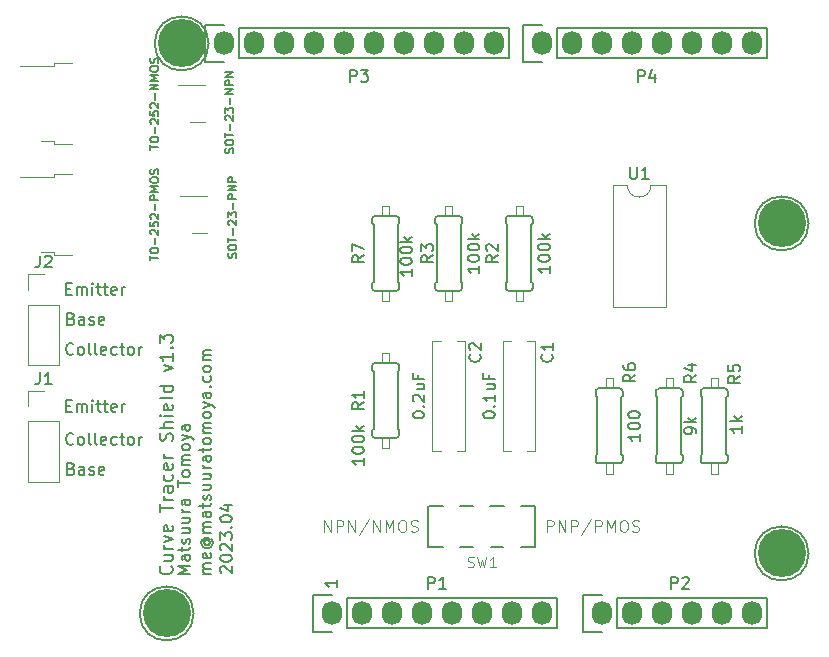
<source format=gbr>
%TF.GenerationSoftware,KiCad,Pcbnew,(6.0.4-0)*%
%TF.CreationDate,2023-04-23T00:41:00+09:00*%
%TF.ProjectId,carvetracer_arduino,63617276-6574-4726-9163-65725f617264,rev?*%
%TF.SameCoordinates,Original*%
%TF.FileFunction,Legend,Top*%
%TF.FilePolarity,Positive*%
%FSLAX46Y46*%
G04 Gerber Fmt 4.6, Leading zero omitted, Abs format (unit mm)*
G04 Created by KiCad (PCBNEW (6.0.4-0)) date 2023-04-23 00:41:00*
%MOMM*%
%LPD*%
G01*
G04 APERTURE LIST*
%ADD10C,0.125000*%
%ADD11C,0.150000*%
%ADD12C,0.101600*%
%ADD13C,0.152400*%
%ADD14C,0.066040*%
%ADD15C,0.120000*%
%ADD16C,0.127000*%
%ADD17O,1.727200X2.032000*%
%ADD18C,4.064000*%
G04 APERTURE END LIST*
D10*
X157155047Y-116911380D02*
X157155047Y-115911380D01*
X157536000Y-115911380D01*
X157631238Y-115959000D01*
X157678857Y-116006619D01*
X157726476Y-116101857D01*
X157726476Y-116244714D01*
X157678857Y-116339952D01*
X157631238Y-116387571D01*
X157536000Y-116435190D01*
X157155047Y-116435190D01*
X158155047Y-116911380D02*
X158155047Y-115911380D01*
X158726476Y-116911380D01*
X158726476Y-115911380D01*
X159202666Y-116911380D02*
X159202666Y-115911380D01*
X159583619Y-115911380D01*
X159678857Y-115959000D01*
X159726476Y-116006619D01*
X159774095Y-116101857D01*
X159774095Y-116244714D01*
X159726476Y-116339952D01*
X159678857Y-116387571D01*
X159583619Y-116435190D01*
X159202666Y-116435190D01*
X160916952Y-115863761D02*
X160059809Y-117149476D01*
X161250285Y-116911380D02*
X161250285Y-115911380D01*
X161631238Y-115911380D01*
X161726476Y-115959000D01*
X161774095Y-116006619D01*
X161821714Y-116101857D01*
X161821714Y-116244714D01*
X161774095Y-116339952D01*
X161726476Y-116387571D01*
X161631238Y-116435190D01*
X161250285Y-116435190D01*
X162250285Y-116911380D02*
X162250285Y-115911380D01*
X162583619Y-116625666D01*
X162916952Y-115911380D01*
X162916952Y-116911380D01*
X163583619Y-115911380D02*
X163774095Y-115911380D01*
X163869333Y-115959000D01*
X163964571Y-116054238D01*
X164012190Y-116244714D01*
X164012190Y-116578047D01*
X163964571Y-116768523D01*
X163869333Y-116863761D01*
X163774095Y-116911380D01*
X163583619Y-116911380D01*
X163488380Y-116863761D01*
X163393142Y-116768523D01*
X163345523Y-116578047D01*
X163345523Y-116244714D01*
X163393142Y-116054238D01*
X163488380Y-115959000D01*
X163583619Y-115911380D01*
X164393142Y-116863761D02*
X164536000Y-116911380D01*
X164774095Y-116911380D01*
X164869333Y-116863761D01*
X164916952Y-116816142D01*
X164964571Y-116720904D01*
X164964571Y-116625666D01*
X164916952Y-116530428D01*
X164869333Y-116482809D01*
X164774095Y-116435190D01*
X164583619Y-116387571D01*
X164488380Y-116339952D01*
X164440761Y-116292333D01*
X164393142Y-116197095D01*
X164393142Y-116101857D01*
X164440761Y-116006619D01*
X164488380Y-115959000D01*
X164583619Y-115911380D01*
X164821714Y-115911380D01*
X164964571Y-115959000D01*
D11*
X125360857Y-119817761D02*
X125413238Y-119870142D01*
X125465619Y-120027285D01*
X125465619Y-120132047D01*
X125413238Y-120289190D01*
X125308476Y-120393952D01*
X125203714Y-120446333D01*
X124994190Y-120498714D01*
X124837047Y-120498714D01*
X124627523Y-120446333D01*
X124522761Y-120393952D01*
X124418000Y-120289190D01*
X124365619Y-120132047D01*
X124365619Y-120027285D01*
X124418000Y-119870142D01*
X124470380Y-119817761D01*
X124732285Y-118874904D02*
X125465619Y-118874904D01*
X124732285Y-119346333D02*
X125308476Y-119346333D01*
X125413238Y-119293952D01*
X125465619Y-119189190D01*
X125465619Y-119032047D01*
X125413238Y-118927285D01*
X125360857Y-118874904D01*
X125465619Y-118351095D02*
X124732285Y-118351095D01*
X124941809Y-118351095D02*
X124837047Y-118298714D01*
X124784666Y-118246333D01*
X124732285Y-118141571D01*
X124732285Y-118036809D01*
X124732285Y-117774904D02*
X125465619Y-117513000D01*
X124732285Y-117251095D01*
X125413238Y-116413000D02*
X125465619Y-116517761D01*
X125465619Y-116727285D01*
X125413238Y-116832047D01*
X125308476Y-116884428D01*
X124889428Y-116884428D01*
X124784666Y-116832047D01*
X124732285Y-116727285D01*
X124732285Y-116517761D01*
X124784666Y-116413000D01*
X124889428Y-116360619D01*
X124994190Y-116360619D01*
X125098952Y-116884428D01*
X124365619Y-115208238D02*
X124365619Y-114579666D01*
X125465619Y-114893952D02*
X124365619Y-114893952D01*
X125465619Y-114213000D02*
X124732285Y-114213000D01*
X124941809Y-114213000D02*
X124837047Y-114160619D01*
X124784666Y-114108238D01*
X124732285Y-114003476D01*
X124732285Y-113898714D01*
X125465619Y-113060619D02*
X124889428Y-113060619D01*
X124784666Y-113113000D01*
X124732285Y-113217761D01*
X124732285Y-113427285D01*
X124784666Y-113532047D01*
X125413238Y-113060619D02*
X125465619Y-113165380D01*
X125465619Y-113427285D01*
X125413238Y-113532047D01*
X125308476Y-113584428D01*
X125203714Y-113584428D01*
X125098952Y-113532047D01*
X125046571Y-113427285D01*
X125046571Y-113165380D01*
X124994190Y-113060619D01*
X125413238Y-112065380D02*
X125465619Y-112170142D01*
X125465619Y-112379666D01*
X125413238Y-112484428D01*
X125360857Y-112536809D01*
X125256095Y-112589190D01*
X124941809Y-112589190D01*
X124837047Y-112536809D01*
X124784666Y-112484428D01*
X124732285Y-112379666D01*
X124732285Y-112170142D01*
X124784666Y-112065380D01*
X125413238Y-111174904D02*
X125465619Y-111279666D01*
X125465619Y-111489190D01*
X125413238Y-111593952D01*
X125308476Y-111646333D01*
X124889428Y-111646333D01*
X124784666Y-111593952D01*
X124732285Y-111489190D01*
X124732285Y-111279666D01*
X124784666Y-111174904D01*
X124889428Y-111122523D01*
X124994190Y-111122523D01*
X125098952Y-111646333D01*
X125465619Y-110651095D02*
X124732285Y-110651095D01*
X124941809Y-110651095D02*
X124837047Y-110598714D01*
X124784666Y-110546333D01*
X124732285Y-110441571D01*
X124732285Y-110336809D01*
X125413238Y-109184428D02*
X125465619Y-109027285D01*
X125465619Y-108765380D01*
X125413238Y-108660619D01*
X125360857Y-108608238D01*
X125256095Y-108555857D01*
X125151333Y-108555857D01*
X125046571Y-108608238D01*
X124994190Y-108660619D01*
X124941809Y-108765380D01*
X124889428Y-108974904D01*
X124837047Y-109079666D01*
X124784666Y-109132047D01*
X124679904Y-109184428D01*
X124575142Y-109184428D01*
X124470380Y-109132047D01*
X124418000Y-109079666D01*
X124365619Y-108974904D01*
X124365619Y-108713000D01*
X124418000Y-108555857D01*
X125465619Y-108084428D02*
X124365619Y-108084428D01*
X125465619Y-107613000D02*
X124889428Y-107613000D01*
X124784666Y-107665380D01*
X124732285Y-107770142D01*
X124732285Y-107927285D01*
X124784666Y-108032047D01*
X124837047Y-108084428D01*
X125465619Y-107089190D02*
X124732285Y-107089190D01*
X124365619Y-107089190D02*
X124418000Y-107141571D01*
X124470380Y-107089190D01*
X124418000Y-107036809D01*
X124365619Y-107089190D01*
X124470380Y-107089190D01*
X125413238Y-106146333D02*
X125465619Y-106251095D01*
X125465619Y-106460619D01*
X125413238Y-106565380D01*
X125308476Y-106617761D01*
X124889428Y-106617761D01*
X124784666Y-106565380D01*
X124732285Y-106460619D01*
X124732285Y-106251095D01*
X124784666Y-106146333D01*
X124889428Y-106093952D01*
X124994190Y-106093952D01*
X125098952Y-106617761D01*
X125465619Y-105465380D02*
X125413238Y-105570142D01*
X125308476Y-105622523D01*
X124365619Y-105622523D01*
X125465619Y-104574904D02*
X124365619Y-104574904D01*
X125413238Y-104574904D02*
X125465619Y-104679666D01*
X125465619Y-104889190D01*
X125413238Y-104993952D01*
X125360857Y-105046333D01*
X125256095Y-105098714D01*
X124941809Y-105098714D01*
X124837047Y-105046333D01*
X124784666Y-104993952D01*
X124732285Y-104889190D01*
X124732285Y-104679666D01*
X124784666Y-104574904D01*
X124732285Y-103317761D02*
X125465619Y-103055857D01*
X124732285Y-102793952D01*
X125465619Y-101798714D02*
X125465619Y-102427285D01*
X125465619Y-102113000D02*
X124365619Y-102113000D01*
X124522761Y-102217761D01*
X124627523Y-102322523D01*
X124679904Y-102427285D01*
X125360857Y-101327285D02*
X125413238Y-101274904D01*
X125465619Y-101327285D01*
X125413238Y-101379666D01*
X125360857Y-101327285D01*
X125465619Y-101327285D01*
X124365619Y-100908238D02*
X124365619Y-100227285D01*
X124784666Y-100593952D01*
X124784666Y-100436809D01*
X124837047Y-100332047D01*
X124889428Y-100279666D01*
X124994190Y-100227285D01*
X125256095Y-100227285D01*
X125360857Y-100279666D01*
X125413238Y-100332047D01*
X125465619Y-100436809D01*
X125465619Y-100751095D01*
X125413238Y-100855857D01*
X125360857Y-100908238D01*
X116443428Y-106227571D02*
X116776761Y-106227571D01*
X116919619Y-106751380D02*
X116443428Y-106751380D01*
X116443428Y-105751380D01*
X116919619Y-105751380D01*
X117348190Y-106751380D02*
X117348190Y-106084714D01*
X117348190Y-106179952D02*
X117395809Y-106132333D01*
X117491047Y-106084714D01*
X117633904Y-106084714D01*
X117729142Y-106132333D01*
X117776761Y-106227571D01*
X117776761Y-106751380D01*
X117776761Y-106227571D02*
X117824380Y-106132333D01*
X117919619Y-106084714D01*
X118062476Y-106084714D01*
X118157714Y-106132333D01*
X118205333Y-106227571D01*
X118205333Y-106751380D01*
X118681523Y-106751380D02*
X118681523Y-106084714D01*
X118681523Y-105751380D02*
X118633904Y-105799000D01*
X118681523Y-105846619D01*
X118729142Y-105799000D01*
X118681523Y-105751380D01*
X118681523Y-105846619D01*
X119014857Y-106084714D02*
X119395809Y-106084714D01*
X119157714Y-105751380D02*
X119157714Y-106608523D01*
X119205333Y-106703761D01*
X119300571Y-106751380D01*
X119395809Y-106751380D01*
X119586285Y-106084714D02*
X119967238Y-106084714D01*
X119729142Y-105751380D02*
X119729142Y-106608523D01*
X119776761Y-106703761D01*
X119872000Y-106751380D01*
X119967238Y-106751380D01*
X120681523Y-106703761D02*
X120586285Y-106751380D01*
X120395809Y-106751380D01*
X120300571Y-106703761D01*
X120252952Y-106608523D01*
X120252952Y-106227571D01*
X120300571Y-106132333D01*
X120395809Y-106084714D01*
X120586285Y-106084714D01*
X120681523Y-106132333D01*
X120729142Y-106227571D01*
X120729142Y-106322809D01*
X120252952Y-106418047D01*
X121157714Y-106751380D02*
X121157714Y-106084714D01*
X121157714Y-106275190D02*
X121205333Y-106179952D01*
X121252952Y-106132333D01*
X121348190Y-106084714D01*
X121443428Y-106084714D01*
X116895714Y-111561571D02*
X117038571Y-111609190D01*
X117086190Y-111656809D01*
X117133809Y-111752047D01*
X117133809Y-111894904D01*
X117086190Y-111990142D01*
X117038571Y-112037761D01*
X116943333Y-112085380D01*
X116562380Y-112085380D01*
X116562380Y-111085380D01*
X116895714Y-111085380D01*
X116990952Y-111133000D01*
X117038571Y-111180619D01*
X117086190Y-111275857D01*
X117086190Y-111371095D01*
X117038571Y-111466333D01*
X116990952Y-111513952D01*
X116895714Y-111561571D01*
X116562380Y-111561571D01*
X117990952Y-112085380D02*
X117990952Y-111561571D01*
X117943333Y-111466333D01*
X117848095Y-111418714D01*
X117657619Y-111418714D01*
X117562380Y-111466333D01*
X117990952Y-112037761D02*
X117895714Y-112085380D01*
X117657619Y-112085380D01*
X117562380Y-112037761D01*
X117514761Y-111942523D01*
X117514761Y-111847285D01*
X117562380Y-111752047D01*
X117657619Y-111704428D01*
X117895714Y-111704428D01*
X117990952Y-111656809D01*
X118419523Y-112037761D02*
X118514761Y-112085380D01*
X118705238Y-112085380D01*
X118800476Y-112037761D01*
X118848095Y-111942523D01*
X118848095Y-111894904D01*
X118800476Y-111799666D01*
X118705238Y-111752047D01*
X118562380Y-111752047D01*
X118467142Y-111704428D01*
X118419523Y-111609190D01*
X118419523Y-111561571D01*
X118467142Y-111466333D01*
X118562380Y-111418714D01*
X118705238Y-111418714D01*
X118800476Y-111466333D01*
X119657619Y-112037761D02*
X119562380Y-112085380D01*
X119371904Y-112085380D01*
X119276666Y-112037761D01*
X119229047Y-111942523D01*
X119229047Y-111561571D01*
X119276666Y-111466333D01*
X119371904Y-111418714D01*
X119562380Y-111418714D01*
X119657619Y-111466333D01*
X119705238Y-111561571D01*
X119705238Y-111656809D01*
X119229047Y-111752047D01*
X126944380Y-120482523D02*
X125944380Y-120482523D01*
X126658666Y-120149190D01*
X125944380Y-119815857D01*
X126944380Y-119815857D01*
X126944380Y-118911095D02*
X126420571Y-118911095D01*
X126325333Y-118958714D01*
X126277714Y-119053952D01*
X126277714Y-119244428D01*
X126325333Y-119339666D01*
X126896761Y-118911095D02*
X126944380Y-119006333D01*
X126944380Y-119244428D01*
X126896761Y-119339666D01*
X126801523Y-119387285D01*
X126706285Y-119387285D01*
X126611047Y-119339666D01*
X126563428Y-119244428D01*
X126563428Y-119006333D01*
X126515809Y-118911095D01*
X126277714Y-118577761D02*
X126277714Y-118196809D01*
X125944380Y-118434904D02*
X126801523Y-118434904D01*
X126896761Y-118387285D01*
X126944380Y-118292047D01*
X126944380Y-118196809D01*
X126896761Y-117911095D02*
X126944380Y-117815857D01*
X126944380Y-117625380D01*
X126896761Y-117530142D01*
X126801523Y-117482523D01*
X126753904Y-117482523D01*
X126658666Y-117530142D01*
X126611047Y-117625380D01*
X126611047Y-117768238D01*
X126563428Y-117863476D01*
X126468190Y-117911095D01*
X126420571Y-117911095D01*
X126325333Y-117863476D01*
X126277714Y-117768238D01*
X126277714Y-117625380D01*
X126325333Y-117530142D01*
X126277714Y-116625380D02*
X126944380Y-116625380D01*
X126277714Y-117053952D02*
X126801523Y-117053952D01*
X126896761Y-117006333D01*
X126944380Y-116911095D01*
X126944380Y-116768238D01*
X126896761Y-116673000D01*
X126849142Y-116625380D01*
X126277714Y-115720619D02*
X126944380Y-115720619D01*
X126277714Y-116149190D02*
X126801523Y-116149190D01*
X126896761Y-116101571D01*
X126944380Y-116006333D01*
X126944380Y-115863476D01*
X126896761Y-115768238D01*
X126849142Y-115720619D01*
X126944380Y-115244428D02*
X126277714Y-115244428D01*
X126468190Y-115244428D02*
X126372952Y-115196809D01*
X126325333Y-115149190D01*
X126277714Y-115053952D01*
X126277714Y-114958714D01*
X126944380Y-114196809D02*
X126420571Y-114196809D01*
X126325333Y-114244428D01*
X126277714Y-114339666D01*
X126277714Y-114530142D01*
X126325333Y-114625380D01*
X126896761Y-114196809D02*
X126944380Y-114292047D01*
X126944380Y-114530142D01*
X126896761Y-114625380D01*
X126801523Y-114673000D01*
X126706285Y-114673000D01*
X126611047Y-114625380D01*
X126563428Y-114530142D01*
X126563428Y-114292047D01*
X126515809Y-114196809D01*
X125944380Y-113101571D02*
X125944380Y-112530142D01*
X126944380Y-112815857D02*
X125944380Y-112815857D01*
X126944380Y-112053952D02*
X126896761Y-112149190D01*
X126849142Y-112196809D01*
X126753904Y-112244428D01*
X126468190Y-112244428D01*
X126372952Y-112196809D01*
X126325333Y-112149190D01*
X126277714Y-112053952D01*
X126277714Y-111911095D01*
X126325333Y-111815857D01*
X126372952Y-111768238D01*
X126468190Y-111720619D01*
X126753904Y-111720619D01*
X126849142Y-111768238D01*
X126896761Y-111815857D01*
X126944380Y-111911095D01*
X126944380Y-112053952D01*
X126944380Y-111292047D02*
X126277714Y-111292047D01*
X126372952Y-111292047D02*
X126325333Y-111244428D01*
X126277714Y-111149190D01*
X126277714Y-111006333D01*
X126325333Y-110911095D01*
X126420571Y-110863476D01*
X126944380Y-110863476D01*
X126420571Y-110863476D02*
X126325333Y-110815857D01*
X126277714Y-110720619D01*
X126277714Y-110577761D01*
X126325333Y-110482523D01*
X126420571Y-110434904D01*
X126944380Y-110434904D01*
X126944380Y-109815857D02*
X126896761Y-109911095D01*
X126849142Y-109958714D01*
X126753904Y-110006333D01*
X126468190Y-110006333D01*
X126372952Y-109958714D01*
X126325333Y-109911095D01*
X126277714Y-109815857D01*
X126277714Y-109673000D01*
X126325333Y-109577761D01*
X126372952Y-109530142D01*
X126468190Y-109482523D01*
X126753904Y-109482523D01*
X126849142Y-109530142D01*
X126896761Y-109577761D01*
X126944380Y-109673000D01*
X126944380Y-109815857D01*
X126277714Y-109149190D02*
X126944380Y-108911095D01*
X126277714Y-108673000D02*
X126944380Y-108911095D01*
X127182476Y-109006333D01*
X127230095Y-109053952D01*
X127277714Y-109149190D01*
X126944380Y-107863476D02*
X126420571Y-107863476D01*
X126325333Y-107911095D01*
X126277714Y-108006333D01*
X126277714Y-108196809D01*
X126325333Y-108292047D01*
X126896761Y-107863476D02*
X126944380Y-107958714D01*
X126944380Y-108196809D01*
X126896761Y-108292047D01*
X126801523Y-108339666D01*
X126706285Y-108339666D01*
X126611047Y-108292047D01*
X126563428Y-108196809D01*
X126563428Y-107958714D01*
X126515809Y-107863476D01*
D10*
X138311428Y-116911380D02*
X138311428Y-115911380D01*
X138882857Y-116911380D01*
X138882857Y-115911380D01*
X139359047Y-116911380D02*
X139359047Y-115911380D01*
X139740000Y-115911380D01*
X139835238Y-115959000D01*
X139882857Y-116006619D01*
X139930476Y-116101857D01*
X139930476Y-116244714D01*
X139882857Y-116339952D01*
X139835238Y-116387571D01*
X139740000Y-116435190D01*
X139359047Y-116435190D01*
X140359047Y-116911380D02*
X140359047Y-115911380D01*
X140930476Y-116911380D01*
X140930476Y-115911380D01*
X142120952Y-115863761D02*
X141263809Y-117149476D01*
X142454285Y-116911380D02*
X142454285Y-115911380D01*
X143025714Y-116911380D01*
X143025714Y-115911380D01*
X143501904Y-116911380D02*
X143501904Y-115911380D01*
X143835238Y-116625666D01*
X144168571Y-115911380D01*
X144168571Y-116911380D01*
X144835238Y-115911380D02*
X145025714Y-115911380D01*
X145120952Y-115959000D01*
X145216190Y-116054238D01*
X145263809Y-116244714D01*
X145263809Y-116578047D01*
X145216190Y-116768523D01*
X145120952Y-116863761D01*
X145025714Y-116911380D01*
X144835238Y-116911380D01*
X144740000Y-116863761D01*
X144644761Y-116768523D01*
X144597142Y-116578047D01*
X144597142Y-116244714D01*
X144644761Y-116054238D01*
X144740000Y-115959000D01*
X144835238Y-115911380D01*
X145644761Y-116863761D02*
X145787619Y-116911380D01*
X146025714Y-116911380D01*
X146120952Y-116863761D01*
X146168571Y-116816142D01*
X146216190Y-116720904D01*
X146216190Y-116625666D01*
X146168571Y-116530428D01*
X146120952Y-116482809D01*
X146025714Y-116435190D01*
X145835238Y-116387571D01*
X145740000Y-116339952D01*
X145692380Y-116292333D01*
X145644761Y-116197095D01*
X145644761Y-116101857D01*
X145692380Y-116006619D01*
X145740000Y-115959000D01*
X145835238Y-115911380D01*
X146073333Y-115911380D01*
X146216190Y-115959000D01*
D11*
X139390380Y-120999285D02*
X139390380Y-121570714D01*
X139390380Y-121285000D02*
X138390380Y-121285000D01*
X138533238Y-121380238D01*
X138628476Y-121475476D01*
X138676095Y-121570714D01*
X116443428Y-96321571D02*
X116776761Y-96321571D01*
X116919619Y-96845380D02*
X116443428Y-96845380D01*
X116443428Y-95845380D01*
X116919619Y-95845380D01*
X117348190Y-96845380D02*
X117348190Y-96178714D01*
X117348190Y-96273952D02*
X117395809Y-96226333D01*
X117491047Y-96178714D01*
X117633904Y-96178714D01*
X117729142Y-96226333D01*
X117776761Y-96321571D01*
X117776761Y-96845380D01*
X117776761Y-96321571D02*
X117824380Y-96226333D01*
X117919619Y-96178714D01*
X118062476Y-96178714D01*
X118157714Y-96226333D01*
X118205333Y-96321571D01*
X118205333Y-96845380D01*
X118681523Y-96845380D02*
X118681523Y-96178714D01*
X118681523Y-95845380D02*
X118633904Y-95893000D01*
X118681523Y-95940619D01*
X118729142Y-95893000D01*
X118681523Y-95845380D01*
X118681523Y-95940619D01*
X119014857Y-96178714D02*
X119395809Y-96178714D01*
X119157714Y-95845380D02*
X119157714Y-96702523D01*
X119205333Y-96797761D01*
X119300571Y-96845380D01*
X119395809Y-96845380D01*
X119586285Y-96178714D02*
X119967238Y-96178714D01*
X119729142Y-95845380D02*
X119729142Y-96702523D01*
X119776761Y-96797761D01*
X119872000Y-96845380D01*
X119967238Y-96845380D01*
X120681523Y-96797761D02*
X120586285Y-96845380D01*
X120395809Y-96845380D01*
X120300571Y-96797761D01*
X120252952Y-96702523D01*
X120252952Y-96321571D01*
X120300571Y-96226333D01*
X120395809Y-96178714D01*
X120586285Y-96178714D01*
X120681523Y-96226333D01*
X120729142Y-96321571D01*
X120729142Y-96416809D01*
X120252952Y-96512047D01*
X121157714Y-96845380D02*
X121157714Y-96178714D01*
X121157714Y-96369190D02*
X121205333Y-96273952D01*
X121252952Y-96226333D01*
X121348190Y-96178714D01*
X121443428Y-96178714D01*
X116895714Y-98861571D02*
X117038571Y-98909190D01*
X117086190Y-98956809D01*
X117133809Y-99052047D01*
X117133809Y-99194904D01*
X117086190Y-99290142D01*
X117038571Y-99337761D01*
X116943333Y-99385380D01*
X116562380Y-99385380D01*
X116562380Y-98385380D01*
X116895714Y-98385380D01*
X116990952Y-98433000D01*
X117038571Y-98480619D01*
X117086190Y-98575857D01*
X117086190Y-98671095D01*
X117038571Y-98766333D01*
X116990952Y-98813952D01*
X116895714Y-98861571D01*
X116562380Y-98861571D01*
X117990952Y-99385380D02*
X117990952Y-98861571D01*
X117943333Y-98766333D01*
X117848095Y-98718714D01*
X117657619Y-98718714D01*
X117562380Y-98766333D01*
X117990952Y-99337761D02*
X117895714Y-99385380D01*
X117657619Y-99385380D01*
X117562380Y-99337761D01*
X117514761Y-99242523D01*
X117514761Y-99147285D01*
X117562380Y-99052047D01*
X117657619Y-99004428D01*
X117895714Y-99004428D01*
X117990952Y-98956809D01*
X118419523Y-99337761D02*
X118514761Y-99385380D01*
X118705238Y-99385380D01*
X118800476Y-99337761D01*
X118848095Y-99242523D01*
X118848095Y-99194904D01*
X118800476Y-99099666D01*
X118705238Y-99052047D01*
X118562380Y-99052047D01*
X118467142Y-99004428D01*
X118419523Y-98909190D01*
X118419523Y-98861571D01*
X118467142Y-98766333D01*
X118562380Y-98718714D01*
X118705238Y-98718714D01*
X118800476Y-98766333D01*
X119657619Y-99337761D02*
X119562380Y-99385380D01*
X119371904Y-99385380D01*
X119276666Y-99337761D01*
X119229047Y-99242523D01*
X119229047Y-98861571D01*
X119276666Y-98766333D01*
X119371904Y-98718714D01*
X119562380Y-98718714D01*
X119657619Y-98766333D01*
X119705238Y-98861571D01*
X119705238Y-98956809D01*
X119229047Y-99052047D01*
X128722380Y-120450333D02*
X128055714Y-120450333D01*
X128150952Y-120450333D02*
X128103333Y-120402714D01*
X128055714Y-120307476D01*
X128055714Y-120164619D01*
X128103333Y-120069380D01*
X128198571Y-120021761D01*
X128722380Y-120021761D01*
X128198571Y-120021761D02*
X128103333Y-119974142D01*
X128055714Y-119878904D01*
X128055714Y-119736047D01*
X128103333Y-119640809D01*
X128198571Y-119593190D01*
X128722380Y-119593190D01*
X128674761Y-118736047D02*
X128722380Y-118831285D01*
X128722380Y-119021761D01*
X128674761Y-119117000D01*
X128579523Y-119164619D01*
X128198571Y-119164619D01*
X128103333Y-119117000D01*
X128055714Y-119021761D01*
X128055714Y-118831285D01*
X128103333Y-118736047D01*
X128198571Y-118688428D01*
X128293809Y-118688428D01*
X128389047Y-119164619D01*
X128246190Y-117640809D02*
X128198571Y-117688428D01*
X128150952Y-117783666D01*
X128150952Y-117878904D01*
X128198571Y-117974142D01*
X128246190Y-118021761D01*
X128341428Y-118069380D01*
X128436666Y-118069380D01*
X128531904Y-118021761D01*
X128579523Y-117974142D01*
X128627142Y-117878904D01*
X128627142Y-117783666D01*
X128579523Y-117688428D01*
X128531904Y-117640809D01*
X128150952Y-117640809D02*
X128531904Y-117640809D01*
X128579523Y-117593190D01*
X128579523Y-117545571D01*
X128531904Y-117450333D01*
X128436666Y-117402714D01*
X128198571Y-117402714D01*
X128055714Y-117497952D01*
X127960476Y-117640809D01*
X127912857Y-117831285D01*
X127960476Y-118021761D01*
X128055714Y-118164619D01*
X128198571Y-118259857D01*
X128389047Y-118307476D01*
X128579523Y-118259857D01*
X128722380Y-118164619D01*
X128817619Y-118021761D01*
X128865238Y-117831285D01*
X128817619Y-117640809D01*
X128722380Y-117497952D01*
X128722380Y-116974142D02*
X128055714Y-116974142D01*
X128150952Y-116974142D02*
X128103333Y-116926523D01*
X128055714Y-116831285D01*
X128055714Y-116688428D01*
X128103333Y-116593190D01*
X128198571Y-116545571D01*
X128722380Y-116545571D01*
X128198571Y-116545571D02*
X128103333Y-116497952D01*
X128055714Y-116402714D01*
X128055714Y-116259857D01*
X128103333Y-116164619D01*
X128198571Y-116117000D01*
X128722380Y-116117000D01*
X128722380Y-115212238D02*
X128198571Y-115212238D01*
X128103333Y-115259857D01*
X128055714Y-115355095D01*
X128055714Y-115545571D01*
X128103333Y-115640809D01*
X128674761Y-115212238D02*
X128722380Y-115307476D01*
X128722380Y-115545571D01*
X128674761Y-115640809D01*
X128579523Y-115688428D01*
X128484285Y-115688428D01*
X128389047Y-115640809D01*
X128341428Y-115545571D01*
X128341428Y-115307476D01*
X128293809Y-115212238D01*
X128055714Y-114878904D02*
X128055714Y-114497952D01*
X127722380Y-114736047D02*
X128579523Y-114736047D01*
X128674761Y-114688428D01*
X128722380Y-114593190D01*
X128722380Y-114497952D01*
X128674761Y-114212238D02*
X128722380Y-114117000D01*
X128722380Y-113926523D01*
X128674761Y-113831285D01*
X128579523Y-113783666D01*
X128531904Y-113783666D01*
X128436666Y-113831285D01*
X128389047Y-113926523D01*
X128389047Y-114069380D01*
X128341428Y-114164619D01*
X128246190Y-114212238D01*
X128198571Y-114212238D01*
X128103333Y-114164619D01*
X128055714Y-114069380D01*
X128055714Y-113926523D01*
X128103333Y-113831285D01*
X128055714Y-112926523D02*
X128722380Y-112926523D01*
X128055714Y-113355095D02*
X128579523Y-113355095D01*
X128674761Y-113307476D01*
X128722380Y-113212238D01*
X128722380Y-113069380D01*
X128674761Y-112974142D01*
X128627142Y-112926523D01*
X128055714Y-112021761D02*
X128722380Y-112021761D01*
X128055714Y-112450333D02*
X128579523Y-112450333D01*
X128674761Y-112402714D01*
X128722380Y-112307476D01*
X128722380Y-112164619D01*
X128674761Y-112069380D01*
X128627142Y-112021761D01*
X128722380Y-111545571D02*
X128055714Y-111545571D01*
X128246190Y-111545571D02*
X128150952Y-111497952D01*
X128103333Y-111450333D01*
X128055714Y-111355095D01*
X128055714Y-111259857D01*
X128722380Y-110497952D02*
X128198571Y-110497952D01*
X128103333Y-110545571D01*
X128055714Y-110640809D01*
X128055714Y-110831285D01*
X128103333Y-110926523D01*
X128674761Y-110497952D02*
X128722380Y-110593190D01*
X128722380Y-110831285D01*
X128674761Y-110926523D01*
X128579523Y-110974142D01*
X128484285Y-110974142D01*
X128389047Y-110926523D01*
X128341428Y-110831285D01*
X128341428Y-110593190D01*
X128293809Y-110497952D01*
X128055714Y-110164619D02*
X128055714Y-109783666D01*
X127722380Y-110021761D02*
X128579523Y-110021761D01*
X128674761Y-109974142D01*
X128722380Y-109878904D01*
X128722380Y-109783666D01*
X128722380Y-109307476D02*
X128674761Y-109402714D01*
X128627142Y-109450333D01*
X128531904Y-109497952D01*
X128246190Y-109497952D01*
X128150952Y-109450333D01*
X128103333Y-109402714D01*
X128055714Y-109307476D01*
X128055714Y-109164619D01*
X128103333Y-109069380D01*
X128150952Y-109021761D01*
X128246190Y-108974142D01*
X128531904Y-108974142D01*
X128627142Y-109021761D01*
X128674761Y-109069380D01*
X128722380Y-109164619D01*
X128722380Y-109307476D01*
X128722380Y-108545571D02*
X128055714Y-108545571D01*
X128150952Y-108545571D02*
X128103333Y-108497952D01*
X128055714Y-108402714D01*
X128055714Y-108259857D01*
X128103333Y-108164619D01*
X128198571Y-108117000D01*
X128722380Y-108117000D01*
X128198571Y-108117000D02*
X128103333Y-108069380D01*
X128055714Y-107974142D01*
X128055714Y-107831285D01*
X128103333Y-107736047D01*
X128198571Y-107688428D01*
X128722380Y-107688428D01*
X128722380Y-107069380D02*
X128674761Y-107164619D01*
X128627142Y-107212238D01*
X128531904Y-107259857D01*
X128246190Y-107259857D01*
X128150952Y-107212238D01*
X128103333Y-107164619D01*
X128055714Y-107069380D01*
X128055714Y-106926523D01*
X128103333Y-106831285D01*
X128150952Y-106783666D01*
X128246190Y-106736047D01*
X128531904Y-106736047D01*
X128627142Y-106783666D01*
X128674761Y-106831285D01*
X128722380Y-106926523D01*
X128722380Y-107069380D01*
X128055714Y-106402714D02*
X128722380Y-106164619D01*
X128055714Y-105926523D02*
X128722380Y-106164619D01*
X128960476Y-106259857D01*
X129008095Y-106307476D01*
X129055714Y-106402714D01*
X128722380Y-105117000D02*
X128198571Y-105117000D01*
X128103333Y-105164619D01*
X128055714Y-105259857D01*
X128055714Y-105450333D01*
X128103333Y-105545571D01*
X128674761Y-105117000D02*
X128722380Y-105212238D01*
X128722380Y-105450333D01*
X128674761Y-105545571D01*
X128579523Y-105593190D01*
X128484285Y-105593190D01*
X128389047Y-105545571D01*
X128341428Y-105450333D01*
X128341428Y-105212238D01*
X128293809Y-105117000D01*
X128627142Y-104640809D02*
X128674761Y-104593190D01*
X128722380Y-104640809D01*
X128674761Y-104688428D01*
X128627142Y-104640809D01*
X128722380Y-104640809D01*
X128674761Y-103736047D02*
X128722380Y-103831285D01*
X128722380Y-104021761D01*
X128674761Y-104117000D01*
X128627142Y-104164619D01*
X128531904Y-104212238D01*
X128246190Y-104212238D01*
X128150952Y-104164619D01*
X128103333Y-104117000D01*
X128055714Y-104021761D01*
X128055714Y-103831285D01*
X128103333Y-103736047D01*
X128722380Y-103164619D02*
X128674761Y-103259857D01*
X128627142Y-103307476D01*
X128531904Y-103355095D01*
X128246190Y-103355095D01*
X128150952Y-103307476D01*
X128103333Y-103259857D01*
X128055714Y-103164619D01*
X128055714Y-103021761D01*
X128103333Y-102926523D01*
X128150952Y-102878904D01*
X128246190Y-102831285D01*
X128531904Y-102831285D01*
X128627142Y-102878904D01*
X128674761Y-102926523D01*
X128722380Y-103021761D01*
X128722380Y-103164619D01*
X128722380Y-102402714D02*
X128055714Y-102402714D01*
X128150952Y-102402714D02*
X128103333Y-102355095D01*
X128055714Y-102259857D01*
X128055714Y-102117000D01*
X128103333Y-102021761D01*
X128198571Y-101974142D01*
X128722380Y-101974142D01*
X128198571Y-101974142D02*
X128103333Y-101926523D01*
X128055714Y-101831285D01*
X128055714Y-101688428D01*
X128103333Y-101593190D01*
X128198571Y-101545571D01*
X128722380Y-101545571D01*
X117062571Y-109450142D02*
X117014952Y-109497761D01*
X116872095Y-109545380D01*
X116776857Y-109545380D01*
X116634000Y-109497761D01*
X116538761Y-109402523D01*
X116491142Y-109307285D01*
X116443523Y-109116809D01*
X116443523Y-108973952D01*
X116491142Y-108783476D01*
X116538761Y-108688238D01*
X116634000Y-108593000D01*
X116776857Y-108545380D01*
X116872095Y-108545380D01*
X117014952Y-108593000D01*
X117062571Y-108640619D01*
X117634000Y-109545380D02*
X117538761Y-109497761D01*
X117491142Y-109450142D01*
X117443523Y-109354904D01*
X117443523Y-109069190D01*
X117491142Y-108973952D01*
X117538761Y-108926333D01*
X117634000Y-108878714D01*
X117776857Y-108878714D01*
X117872095Y-108926333D01*
X117919714Y-108973952D01*
X117967333Y-109069190D01*
X117967333Y-109354904D01*
X117919714Y-109450142D01*
X117872095Y-109497761D01*
X117776857Y-109545380D01*
X117634000Y-109545380D01*
X118538761Y-109545380D02*
X118443523Y-109497761D01*
X118395904Y-109402523D01*
X118395904Y-108545380D01*
X119062571Y-109545380D02*
X118967333Y-109497761D01*
X118919714Y-109402523D01*
X118919714Y-108545380D01*
X119824476Y-109497761D02*
X119729238Y-109545380D01*
X119538761Y-109545380D01*
X119443523Y-109497761D01*
X119395904Y-109402523D01*
X119395904Y-109021571D01*
X119443523Y-108926333D01*
X119538761Y-108878714D01*
X119729238Y-108878714D01*
X119824476Y-108926333D01*
X119872095Y-109021571D01*
X119872095Y-109116809D01*
X119395904Y-109212047D01*
X120729238Y-109497761D02*
X120634000Y-109545380D01*
X120443523Y-109545380D01*
X120348285Y-109497761D01*
X120300666Y-109450142D01*
X120253047Y-109354904D01*
X120253047Y-109069190D01*
X120300666Y-108973952D01*
X120348285Y-108926333D01*
X120443523Y-108878714D01*
X120634000Y-108878714D01*
X120729238Y-108926333D01*
X121014952Y-108878714D02*
X121395904Y-108878714D01*
X121157809Y-108545380D02*
X121157809Y-109402523D01*
X121205428Y-109497761D01*
X121300666Y-109545380D01*
X121395904Y-109545380D01*
X121872095Y-109545380D02*
X121776857Y-109497761D01*
X121729238Y-109450142D01*
X121681619Y-109354904D01*
X121681619Y-109069190D01*
X121729238Y-108973952D01*
X121776857Y-108926333D01*
X121872095Y-108878714D01*
X122014952Y-108878714D01*
X122110190Y-108926333D01*
X122157809Y-108973952D01*
X122205428Y-109069190D01*
X122205428Y-109354904D01*
X122157809Y-109450142D01*
X122110190Y-109497761D01*
X122014952Y-109545380D01*
X121872095Y-109545380D01*
X122633999Y-109545380D02*
X122633999Y-108878714D01*
X122633999Y-109069190D02*
X122681619Y-108973952D01*
X122729238Y-108926333D01*
X122824476Y-108878714D01*
X122919714Y-108878714D01*
X129595619Y-120379761D02*
X129548000Y-120332142D01*
X129500380Y-120236904D01*
X129500380Y-119998809D01*
X129548000Y-119903571D01*
X129595619Y-119855952D01*
X129690857Y-119808333D01*
X129786095Y-119808333D01*
X129928952Y-119855952D01*
X130500380Y-120427380D01*
X130500380Y-119808333D01*
X129500380Y-119189285D02*
X129500380Y-119094047D01*
X129548000Y-118998809D01*
X129595619Y-118951190D01*
X129690857Y-118903571D01*
X129881333Y-118855952D01*
X130119428Y-118855952D01*
X130309904Y-118903571D01*
X130405142Y-118951190D01*
X130452761Y-118998809D01*
X130500380Y-119094047D01*
X130500380Y-119189285D01*
X130452761Y-119284523D01*
X130405142Y-119332142D01*
X130309904Y-119379761D01*
X130119428Y-119427380D01*
X129881333Y-119427380D01*
X129690857Y-119379761D01*
X129595619Y-119332142D01*
X129548000Y-119284523D01*
X129500380Y-119189285D01*
X129595619Y-118475000D02*
X129548000Y-118427380D01*
X129500380Y-118332142D01*
X129500380Y-118094047D01*
X129548000Y-117998809D01*
X129595619Y-117951190D01*
X129690857Y-117903571D01*
X129786095Y-117903571D01*
X129928952Y-117951190D01*
X130500380Y-118522619D01*
X130500380Y-117903571D01*
X129500380Y-117570238D02*
X129500380Y-116951190D01*
X129881333Y-117284523D01*
X129881333Y-117141666D01*
X129928952Y-117046428D01*
X129976571Y-116998809D01*
X130071809Y-116951190D01*
X130309904Y-116951190D01*
X130405142Y-116998809D01*
X130452761Y-117046428D01*
X130500380Y-117141666D01*
X130500380Y-117427380D01*
X130452761Y-117522619D01*
X130405142Y-117570238D01*
X130405142Y-116522619D02*
X130452761Y-116475000D01*
X130500380Y-116522619D01*
X130452761Y-116570238D01*
X130405142Y-116522619D01*
X130500380Y-116522619D01*
X129500380Y-115855952D02*
X129500380Y-115760714D01*
X129548000Y-115665476D01*
X129595619Y-115617857D01*
X129690857Y-115570238D01*
X129881333Y-115522619D01*
X130119428Y-115522619D01*
X130309904Y-115570238D01*
X130405142Y-115617857D01*
X130452761Y-115665476D01*
X130500380Y-115760714D01*
X130500380Y-115855952D01*
X130452761Y-115951190D01*
X130405142Y-115998809D01*
X130309904Y-116046428D01*
X130119428Y-116094047D01*
X129881333Y-116094047D01*
X129690857Y-116046428D01*
X129595619Y-115998809D01*
X129548000Y-115951190D01*
X129500380Y-115855952D01*
X129833714Y-114665476D02*
X130500380Y-114665476D01*
X129452761Y-114903571D02*
X130167047Y-115141666D01*
X130167047Y-114522619D01*
X117062571Y-101830142D02*
X117014952Y-101877761D01*
X116872095Y-101925380D01*
X116776857Y-101925380D01*
X116634000Y-101877761D01*
X116538761Y-101782523D01*
X116491142Y-101687285D01*
X116443523Y-101496809D01*
X116443523Y-101353952D01*
X116491142Y-101163476D01*
X116538761Y-101068238D01*
X116634000Y-100973000D01*
X116776857Y-100925380D01*
X116872095Y-100925380D01*
X117014952Y-100973000D01*
X117062571Y-101020619D01*
X117634000Y-101925380D02*
X117538761Y-101877761D01*
X117491142Y-101830142D01*
X117443523Y-101734904D01*
X117443523Y-101449190D01*
X117491142Y-101353952D01*
X117538761Y-101306333D01*
X117634000Y-101258714D01*
X117776857Y-101258714D01*
X117872095Y-101306333D01*
X117919714Y-101353952D01*
X117967333Y-101449190D01*
X117967333Y-101734904D01*
X117919714Y-101830142D01*
X117872095Y-101877761D01*
X117776857Y-101925380D01*
X117634000Y-101925380D01*
X118538761Y-101925380D02*
X118443523Y-101877761D01*
X118395904Y-101782523D01*
X118395904Y-100925380D01*
X119062571Y-101925380D02*
X118967333Y-101877761D01*
X118919714Y-101782523D01*
X118919714Y-100925380D01*
X119824476Y-101877761D02*
X119729238Y-101925380D01*
X119538761Y-101925380D01*
X119443523Y-101877761D01*
X119395904Y-101782523D01*
X119395904Y-101401571D01*
X119443523Y-101306333D01*
X119538761Y-101258714D01*
X119729238Y-101258714D01*
X119824476Y-101306333D01*
X119872095Y-101401571D01*
X119872095Y-101496809D01*
X119395904Y-101592047D01*
X120729238Y-101877761D02*
X120634000Y-101925380D01*
X120443523Y-101925380D01*
X120348285Y-101877761D01*
X120300666Y-101830142D01*
X120253047Y-101734904D01*
X120253047Y-101449190D01*
X120300666Y-101353952D01*
X120348285Y-101306333D01*
X120443523Y-101258714D01*
X120634000Y-101258714D01*
X120729238Y-101306333D01*
X121014952Y-101258714D02*
X121395904Y-101258714D01*
X121157809Y-100925380D02*
X121157809Y-101782523D01*
X121205428Y-101877761D01*
X121300666Y-101925380D01*
X121395904Y-101925380D01*
X121872095Y-101925380D02*
X121776857Y-101877761D01*
X121729238Y-101830142D01*
X121681619Y-101734904D01*
X121681619Y-101449190D01*
X121729238Y-101353952D01*
X121776857Y-101306333D01*
X121872095Y-101258714D01*
X122014952Y-101258714D01*
X122110190Y-101306333D01*
X122157809Y-101353952D01*
X122205428Y-101449190D01*
X122205428Y-101734904D01*
X122157809Y-101830142D01*
X122110190Y-101877761D01*
X122014952Y-101925380D01*
X121872095Y-101925380D01*
X122633999Y-101925380D02*
X122633999Y-101258714D01*
X122633999Y-101449190D02*
X122681619Y-101353952D01*
X122729238Y-101306333D01*
X122824476Y-101258714D01*
X122919714Y-101258714D01*
%TO.C,P1*%
X147089904Y-121737380D02*
X147089904Y-120737380D01*
X147470857Y-120737380D01*
X147566095Y-120785000D01*
X147613714Y-120832619D01*
X147661333Y-120927857D01*
X147661333Y-121070714D01*
X147613714Y-121165952D01*
X147566095Y-121213571D01*
X147470857Y-121261190D01*
X147089904Y-121261190D01*
X148613714Y-121737380D02*
X148042285Y-121737380D01*
X148328000Y-121737380D02*
X148328000Y-120737380D01*
X148232761Y-120880238D01*
X148137523Y-120975476D01*
X148042285Y-121023095D01*
%TO.C,P2*%
X167663904Y-121737380D02*
X167663904Y-120737380D01*
X168044857Y-120737380D01*
X168140095Y-120785000D01*
X168187714Y-120832619D01*
X168235333Y-120927857D01*
X168235333Y-121070714D01*
X168187714Y-121165952D01*
X168140095Y-121213571D01*
X168044857Y-121261190D01*
X167663904Y-121261190D01*
X168616285Y-120832619D02*
X168663904Y-120785000D01*
X168759142Y-120737380D01*
X168997238Y-120737380D01*
X169092476Y-120785000D01*
X169140095Y-120832619D01*
X169187714Y-120927857D01*
X169187714Y-121023095D01*
X169140095Y-121165952D01*
X168568666Y-121737380D01*
X169187714Y-121737380D01*
%TO.C,P3*%
X140485904Y-78811380D02*
X140485904Y-77811380D01*
X140866857Y-77811380D01*
X140962095Y-77859000D01*
X141009714Y-77906619D01*
X141057333Y-78001857D01*
X141057333Y-78144714D01*
X141009714Y-78239952D01*
X140962095Y-78287571D01*
X140866857Y-78335190D01*
X140485904Y-78335190D01*
X141390666Y-77811380D02*
X142009714Y-77811380D01*
X141676380Y-78192333D01*
X141819238Y-78192333D01*
X141914476Y-78239952D01*
X141962095Y-78287571D01*
X142009714Y-78382809D01*
X142009714Y-78620904D01*
X141962095Y-78716142D01*
X141914476Y-78763761D01*
X141819238Y-78811380D01*
X141533523Y-78811380D01*
X141438285Y-78763761D01*
X141390666Y-78716142D01*
%TO.C,P4*%
X164869904Y-78811380D02*
X164869904Y-77811380D01*
X165250857Y-77811380D01*
X165346095Y-77859000D01*
X165393714Y-77906619D01*
X165441333Y-78001857D01*
X165441333Y-78144714D01*
X165393714Y-78239952D01*
X165346095Y-78287571D01*
X165250857Y-78335190D01*
X164869904Y-78335190D01*
X166298476Y-78144714D02*
X166298476Y-78811380D01*
X166060380Y-77763761D02*
X165822285Y-78478047D01*
X166441333Y-78478047D01*
%TO.C,R2*%
X153015380Y-93511666D02*
X152539190Y-93845000D01*
X153015380Y-94083095D02*
X152015380Y-94083095D01*
X152015380Y-93702142D01*
X152063000Y-93606904D01*
X152110619Y-93559285D01*
X152205857Y-93511666D01*
X152348714Y-93511666D01*
X152443952Y-93559285D01*
X152491571Y-93606904D01*
X152539190Y-93702142D01*
X152539190Y-94083095D01*
X152110619Y-93130714D02*
X152063000Y-93083095D01*
X152015380Y-92987857D01*
X152015380Y-92749761D01*
X152063000Y-92654523D01*
X152110619Y-92606904D01*
X152205857Y-92559285D01*
X152301095Y-92559285D01*
X152443952Y-92606904D01*
X153015380Y-93178333D01*
X153015380Y-92559285D01*
X157424380Y-94416428D02*
X157424380Y-94987857D01*
X157424380Y-94702142D02*
X156424380Y-94702142D01*
X156567238Y-94797380D01*
X156662476Y-94892619D01*
X156710095Y-94987857D01*
X156424380Y-93797380D02*
X156424380Y-93702142D01*
X156472000Y-93606904D01*
X156519619Y-93559285D01*
X156614857Y-93511666D01*
X156805333Y-93464047D01*
X157043428Y-93464047D01*
X157233904Y-93511666D01*
X157329142Y-93559285D01*
X157376761Y-93606904D01*
X157424380Y-93702142D01*
X157424380Y-93797380D01*
X157376761Y-93892619D01*
X157329142Y-93940238D01*
X157233904Y-93987857D01*
X157043428Y-94035476D01*
X156805333Y-94035476D01*
X156614857Y-93987857D01*
X156519619Y-93940238D01*
X156472000Y-93892619D01*
X156424380Y-93797380D01*
X156424380Y-92845000D02*
X156424380Y-92749761D01*
X156472000Y-92654523D01*
X156519619Y-92606904D01*
X156614857Y-92559285D01*
X156805333Y-92511666D01*
X157043428Y-92511666D01*
X157233904Y-92559285D01*
X157329142Y-92606904D01*
X157376761Y-92654523D01*
X157424380Y-92749761D01*
X157424380Y-92845000D01*
X157376761Y-92940238D01*
X157329142Y-92987857D01*
X157233904Y-93035476D01*
X157043428Y-93083095D01*
X156805333Y-93083095D01*
X156614857Y-93035476D01*
X156519619Y-92987857D01*
X156472000Y-92940238D01*
X156424380Y-92845000D01*
X157424380Y-92083095D02*
X156424380Y-92083095D01*
X157043428Y-91987857D02*
X157424380Y-91702142D01*
X156757714Y-91702142D02*
X157138666Y-92083095D01*
%TO.C,R5*%
X173506247Y-103700839D02*
X173030057Y-104034173D01*
X173506247Y-104272268D02*
X172506247Y-104272268D01*
X172506247Y-103891315D01*
X172553867Y-103796077D01*
X172601486Y-103748458D01*
X172696724Y-103700839D01*
X172839581Y-103700839D01*
X172934819Y-103748458D01*
X172982438Y-103796077D01*
X173030057Y-103891315D01*
X173030057Y-104272268D01*
X172506247Y-102796077D02*
X172506247Y-103272268D01*
X172982438Y-103319887D01*
X172934819Y-103272268D01*
X172887200Y-103177030D01*
X172887200Y-102938934D01*
X172934819Y-102843696D01*
X172982438Y-102796077D01*
X173077676Y-102748458D01*
X173315771Y-102748458D01*
X173411009Y-102796077D01*
X173458628Y-102843696D01*
X173506247Y-102938934D01*
X173506247Y-103177030D01*
X173458628Y-103272268D01*
X173411009Y-103319887D01*
X173680380Y-107942047D02*
X173680380Y-108513476D01*
X173680380Y-108227761D02*
X172680380Y-108227761D01*
X172823238Y-108323000D01*
X172918476Y-108418238D01*
X172966095Y-108513476D01*
X173680380Y-107513476D02*
X172680380Y-107513476D01*
X173299428Y-107418238D02*
X173680380Y-107132523D01*
X173013714Y-107132523D02*
X173394666Y-107513476D01*
%TO.C,Q3*%
X130839333Y-93730333D02*
X130872666Y-93630333D01*
X130872666Y-93463666D01*
X130839333Y-93397000D01*
X130806000Y-93363666D01*
X130739333Y-93330333D01*
X130672666Y-93330333D01*
X130606000Y-93363666D01*
X130572666Y-93397000D01*
X130539333Y-93463666D01*
X130506000Y-93597000D01*
X130472666Y-93663666D01*
X130439333Y-93697000D01*
X130372666Y-93730333D01*
X130306000Y-93730333D01*
X130239333Y-93697000D01*
X130206000Y-93663666D01*
X130172666Y-93597000D01*
X130172666Y-93430333D01*
X130206000Y-93330333D01*
X130172666Y-92897000D02*
X130172666Y-92763666D01*
X130206000Y-92697000D01*
X130272666Y-92630333D01*
X130406000Y-92597000D01*
X130639333Y-92597000D01*
X130772666Y-92630333D01*
X130839333Y-92697000D01*
X130872666Y-92763666D01*
X130872666Y-92897000D01*
X130839333Y-92963666D01*
X130772666Y-93030333D01*
X130639333Y-93063666D01*
X130406000Y-93063666D01*
X130272666Y-93030333D01*
X130206000Y-92963666D01*
X130172666Y-92897000D01*
X130172666Y-92397000D02*
X130172666Y-91997000D01*
X130872666Y-92197000D02*
X130172666Y-92197000D01*
X130606000Y-91763666D02*
X130606000Y-91230333D01*
X130239333Y-90930333D02*
X130206000Y-90897000D01*
X130172666Y-90830333D01*
X130172666Y-90663666D01*
X130206000Y-90597000D01*
X130239333Y-90563666D01*
X130306000Y-90530333D01*
X130372666Y-90530333D01*
X130472666Y-90563666D01*
X130872666Y-90963666D01*
X130872666Y-90530333D01*
X130172666Y-90297000D02*
X130172666Y-89863666D01*
X130439333Y-90097000D01*
X130439333Y-89997000D01*
X130472666Y-89930333D01*
X130506000Y-89897000D01*
X130572666Y-89863666D01*
X130739333Y-89863666D01*
X130806000Y-89897000D01*
X130839333Y-89930333D01*
X130872666Y-89997000D01*
X130872666Y-90197000D01*
X130839333Y-90263666D01*
X130806000Y-90297000D01*
X130606000Y-89563666D02*
X130606000Y-89030333D01*
X130872666Y-88697000D02*
X130172666Y-88697000D01*
X130172666Y-88430333D01*
X130206000Y-88363666D01*
X130239333Y-88330333D01*
X130306000Y-88297000D01*
X130406000Y-88297000D01*
X130472666Y-88330333D01*
X130506000Y-88363666D01*
X130539333Y-88430333D01*
X130539333Y-88697000D01*
X130872666Y-87997000D02*
X130172666Y-87997000D01*
X130872666Y-87597000D01*
X130172666Y-87597000D01*
X130872666Y-87263666D02*
X130172666Y-87263666D01*
X130172666Y-86997000D01*
X130206000Y-86930333D01*
X130239333Y-86897000D01*
X130306000Y-86863666D01*
X130406000Y-86863666D01*
X130472666Y-86897000D01*
X130506000Y-86930333D01*
X130539333Y-86997000D01*
X130539333Y-87263666D01*
%TO.C,Q4*%
X130585333Y-84857000D02*
X130618666Y-84757000D01*
X130618666Y-84590333D01*
X130585333Y-84523666D01*
X130552000Y-84490333D01*
X130485333Y-84457000D01*
X130418666Y-84457000D01*
X130352000Y-84490333D01*
X130318666Y-84523666D01*
X130285333Y-84590333D01*
X130252000Y-84723666D01*
X130218666Y-84790333D01*
X130185333Y-84823666D01*
X130118666Y-84857000D01*
X130052000Y-84857000D01*
X129985333Y-84823666D01*
X129952000Y-84790333D01*
X129918666Y-84723666D01*
X129918666Y-84557000D01*
X129952000Y-84457000D01*
X129918666Y-84023666D02*
X129918666Y-83890333D01*
X129952000Y-83823666D01*
X130018666Y-83757000D01*
X130152000Y-83723666D01*
X130385333Y-83723666D01*
X130518666Y-83757000D01*
X130585333Y-83823666D01*
X130618666Y-83890333D01*
X130618666Y-84023666D01*
X130585333Y-84090333D01*
X130518666Y-84157000D01*
X130385333Y-84190333D01*
X130152000Y-84190333D01*
X130018666Y-84157000D01*
X129952000Y-84090333D01*
X129918666Y-84023666D01*
X129918666Y-83523666D02*
X129918666Y-83123666D01*
X130618666Y-83323666D02*
X129918666Y-83323666D01*
X130352000Y-82890333D02*
X130352000Y-82357000D01*
X129985333Y-82057000D02*
X129952000Y-82023666D01*
X129918666Y-81957000D01*
X129918666Y-81790333D01*
X129952000Y-81723666D01*
X129985333Y-81690333D01*
X130052000Y-81657000D01*
X130118666Y-81657000D01*
X130218666Y-81690333D01*
X130618666Y-82090333D01*
X130618666Y-81657000D01*
X129918666Y-81423666D02*
X129918666Y-80990333D01*
X130185333Y-81223666D01*
X130185333Y-81123666D01*
X130218666Y-81057000D01*
X130252000Y-81023666D01*
X130318666Y-80990333D01*
X130485333Y-80990333D01*
X130552000Y-81023666D01*
X130585333Y-81057000D01*
X130618666Y-81123666D01*
X130618666Y-81323666D01*
X130585333Y-81390333D01*
X130552000Y-81423666D01*
X130352000Y-80690333D02*
X130352000Y-80157000D01*
X130618666Y-79823666D02*
X129918666Y-79823666D01*
X130618666Y-79423666D01*
X129918666Y-79423666D01*
X130618666Y-79090333D02*
X129918666Y-79090333D01*
X129918666Y-78823666D01*
X129952000Y-78757000D01*
X129985333Y-78723666D01*
X130052000Y-78690333D01*
X130152000Y-78690333D01*
X130218666Y-78723666D01*
X130252000Y-78757000D01*
X130285333Y-78823666D01*
X130285333Y-79090333D01*
X130618666Y-78390333D02*
X129918666Y-78390333D01*
X130618666Y-77990333D01*
X129918666Y-77990333D01*
%TO.C,Q1*%
X123568666Y-93926333D02*
X123568666Y-93526333D01*
X124268666Y-93726333D02*
X123568666Y-93726333D01*
X123568666Y-93159666D02*
X123568666Y-93026333D01*
X123602000Y-92959666D01*
X123668666Y-92893000D01*
X123802000Y-92859666D01*
X124035333Y-92859666D01*
X124168666Y-92893000D01*
X124235333Y-92959666D01*
X124268666Y-93026333D01*
X124268666Y-93159666D01*
X124235333Y-93226333D01*
X124168666Y-93293000D01*
X124035333Y-93326333D01*
X123802000Y-93326333D01*
X123668666Y-93293000D01*
X123602000Y-93226333D01*
X123568666Y-93159666D01*
X124002000Y-92559666D02*
X124002000Y-92026333D01*
X123635333Y-91726333D02*
X123602000Y-91693000D01*
X123568666Y-91626333D01*
X123568666Y-91459666D01*
X123602000Y-91393000D01*
X123635333Y-91359666D01*
X123702000Y-91326333D01*
X123768666Y-91326333D01*
X123868666Y-91359666D01*
X124268666Y-91759666D01*
X124268666Y-91326333D01*
X123568666Y-90693000D02*
X123568666Y-91026333D01*
X123902000Y-91059666D01*
X123868666Y-91026333D01*
X123835333Y-90959666D01*
X123835333Y-90793000D01*
X123868666Y-90726333D01*
X123902000Y-90693000D01*
X123968666Y-90659666D01*
X124135333Y-90659666D01*
X124202000Y-90693000D01*
X124235333Y-90726333D01*
X124268666Y-90793000D01*
X124268666Y-90959666D01*
X124235333Y-91026333D01*
X124202000Y-91059666D01*
X123635333Y-90393000D02*
X123602000Y-90359666D01*
X123568666Y-90293000D01*
X123568666Y-90126333D01*
X123602000Y-90059666D01*
X123635333Y-90026333D01*
X123702000Y-89993000D01*
X123768666Y-89993000D01*
X123868666Y-90026333D01*
X124268666Y-90426333D01*
X124268666Y-89993000D01*
X124002000Y-89693000D02*
X124002000Y-89159666D01*
X124268666Y-88826333D02*
X123568666Y-88826333D01*
X123568666Y-88559666D01*
X123602000Y-88493000D01*
X123635333Y-88459666D01*
X123702000Y-88426333D01*
X123802000Y-88426333D01*
X123868666Y-88459666D01*
X123902000Y-88493000D01*
X123935333Y-88559666D01*
X123935333Y-88826333D01*
X124268666Y-88126333D02*
X123568666Y-88126333D01*
X124068666Y-87893000D01*
X123568666Y-87659666D01*
X124268666Y-87659666D01*
X123568666Y-87193000D02*
X123568666Y-87059666D01*
X123602000Y-86993000D01*
X123668666Y-86926333D01*
X123802000Y-86893000D01*
X124035333Y-86893000D01*
X124168666Y-86926333D01*
X124235333Y-86993000D01*
X124268666Y-87059666D01*
X124268666Y-87193000D01*
X124235333Y-87259666D01*
X124168666Y-87326333D01*
X124035333Y-87359666D01*
X123802000Y-87359666D01*
X123668666Y-87326333D01*
X123602000Y-87259666D01*
X123568666Y-87193000D01*
X124235333Y-86626333D02*
X124268666Y-86526333D01*
X124268666Y-86359666D01*
X124235333Y-86293000D01*
X124202000Y-86259666D01*
X124135333Y-86226333D01*
X124068666Y-86226333D01*
X124002000Y-86259666D01*
X123968666Y-86293000D01*
X123935333Y-86359666D01*
X123902000Y-86493000D01*
X123868666Y-86559666D01*
X123835333Y-86593000D01*
X123768666Y-86626333D01*
X123702000Y-86626333D01*
X123635333Y-86593000D01*
X123602000Y-86559666D01*
X123568666Y-86493000D01*
X123568666Y-86326333D01*
X123602000Y-86226333D01*
%TO.C,R1*%
X141676380Y-105957666D02*
X141200190Y-106291000D01*
X141676380Y-106529095D02*
X140676380Y-106529095D01*
X140676380Y-106148142D01*
X140724000Y-106052904D01*
X140771619Y-106005285D01*
X140866857Y-105957666D01*
X141009714Y-105957666D01*
X141104952Y-106005285D01*
X141152571Y-106052904D01*
X141200190Y-106148142D01*
X141200190Y-106529095D01*
X141676380Y-105005285D02*
X141676380Y-105576714D01*
X141676380Y-105291000D02*
X140676380Y-105291000D01*
X140819238Y-105386238D01*
X140914476Y-105481476D01*
X140962095Y-105576714D01*
X141676380Y-110672428D02*
X141676380Y-111243857D01*
X141676380Y-110958142D02*
X140676380Y-110958142D01*
X140819238Y-111053380D01*
X140914476Y-111148619D01*
X140962095Y-111243857D01*
X140676380Y-110053380D02*
X140676380Y-109958142D01*
X140724000Y-109862904D01*
X140771619Y-109815285D01*
X140866857Y-109767666D01*
X141057333Y-109720047D01*
X141295428Y-109720047D01*
X141485904Y-109767666D01*
X141581142Y-109815285D01*
X141628761Y-109862904D01*
X141676380Y-109958142D01*
X141676380Y-110053380D01*
X141628761Y-110148619D01*
X141581142Y-110196238D01*
X141485904Y-110243857D01*
X141295428Y-110291476D01*
X141057333Y-110291476D01*
X140866857Y-110243857D01*
X140771619Y-110196238D01*
X140724000Y-110148619D01*
X140676380Y-110053380D01*
X140676380Y-109101000D02*
X140676380Y-109005761D01*
X140724000Y-108910523D01*
X140771619Y-108862904D01*
X140866857Y-108815285D01*
X141057333Y-108767666D01*
X141295428Y-108767666D01*
X141485904Y-108815285D01*
X141581142Y-108862904D01*
X141628761Y-108910523D01*
X141676380Y-109005761D01*
X141676380Y-109101000D01*
X141628761Y-109196238D01*
X141581142Y-109243857D01*
X141485904Y-109291476D01*
X141295428Y-109339095D01*
X141057333Y-109339095D01*
X140866857Y-109291476D01*
X140771619Y-109243857D01*
X140724000Y-109196238D01*
X140676380Y-109101000D01*
X141676380Y-108339095D02*
X140676380Y-108339095D01*
X141295428Y-108243857D02*
X141676380Y-107958142D01*
X141009714Y-107958142D02*
X141390666Y-108339095D01*
%TO.C,U1*%
X164211095Y-86022380D02*
X164211095Y-86831904D01*
X164258714Y-86927142D01*
X164306333Y-86974761D01*
X164401571Y-87022380D01*
X164592047Y-87022380D01*
X164687285Y-86974761D01*
X164734904Y-86927142D01*
X164782523Y-86831904D01*
X164782523Y-86022380D01*
X165782523Y-87022380D02*
X165211095Y-87022380D01*
X165496809Y-87022380D02*
X165496809Y-86022380D01*
X165401571Y-86165238D01*
X165306333Y-86260476D01*
X165211095Y-86308095D01*
%TO.C,C1*%
X157583142Y-101893666D02*
X157630761Y-101941285D01*
X157678380Y-102084142D01*
X157678380Y-102179380D01*
X157630761Y-102322238D01*
X157535523Y-102417476D01*
X157440285Y-102465095D01*
X157249809Y-102512714D01*
X157106952Y-102512714D01*
X156916476Y-102465095D01*
X156821238Y-102417476D01*
X156726000Y-102322238D01*
X156678380Y-102179380D01*
X156678380Y-102084142D01*
X156726000Y-101941285D01*
X156773619Y-101893666D01*
X157678380Y-100941285D02*
X157678380Y-101512714D01*
X157678380Y-101227000D02*
X156678380Y-101227000D01*
X156821238Y-101322238D01*
X156916476Y-101417476D01*
X156964095Y-101512714D01*
X151765380Y-107052857D02*
X151765380Y-106957619D01*
X151813000Y-106862380D01*
X151860619Y-106814761D01*
X151955857Y-106767142D01*
X152146333Y-106719523D01*
X152384428Y-106719523D01*
X152574904Y-106767142D01*
X152670142Y-106814761D01*
X152717761Y-106862380D01*
X152765380Y-106957619D01*
X152765380Y-107052857D01*
X152717761Y-107148095D01*
X152670142Y-107195714D01*
X152574904Y-107243333D01*
X152384428Y-107290952D01*
X152146333Y-107290952D01*
X151955857Y-107243333D01*
X151860619Y-107195714D01*
X151813000Y-107148095D01*
X151765380Y-107052857D01*
X152670142Y-106290952D02*
X152717761Y-106243333D01*
X152765380Y-106290952D01*
X152717761Y-106338571D01*
X152670142Y-106290952D01*
X152765380Y-106290952D01*
X152765380Y-105290952D02*
X152765380Y-105862380D01*
X152765380Y-105576666D02*
X151765380Y-105576666D01*
X151908238Y-105671904D01*
X152003476Y-105767142D01*
X152051095Y-105862380D01*
X152098714Y-104433809D02*
X152765380Y-104433809D01*
X152098714Y-104862380D02*
X152622523Y-104862380D01*
X152717761Y-104814761D01*
X152765380Y-104719523D01*
X152765380Y-104576666D01*
X152717761Y-104481428D01*
X152670142Y-104433809D01*
X152241571Y-103624285D02*
X152241571Y-103957619D01*
X152765380Y-103957619D02*
X151765380Y-103957619D01*
X151765380Y-103481428D01*
%TO.C,Q2*%
X123568666Y-84545000D02*
X123568666Y-84145000D01*
X124268666Y-84345000D02*
X123568666Y-84345000D01*
X123568666Y-83778333D02*
X123568666Y-83645000D01*
X123602000Y-83578333D01*
X123668666Y-83511666D01*
X123802000Y-83478333D01*
X124035333Y-83478333D01*
X124168666Y-83511666D01*
X124235333Y-83578333D01*
X124268666Y-83645000D01*
X124268666Y-83778333D01*
X124235333Y-83845000D01*
X124168666Y-83911666D01*
X124035333Y-83945000D01*
X123802000Y-83945000D01*
X123668666Y-83911666D01*
X123602000Y-83845000D01*
X123568666Y-83778333D01*
X124002000Y-83178333D02*
X124002000Y-82645000D01*
X123635333Y-82345000D02*
X123602000Y-82311666D01*
X123568666Y-82245000D01*
X123568666Y-82078333D01*
X123602000Y-82011666D01*
X123635333Y-81978333D01*
X123702000Y-81945000D01*
X123768666Y-81945000D01*
X123868666Y-81978333D01*
X124268666Y-82378333D01*
X124268666Y-81945000D01*
X123568666Y-81311666D02*
X123568666Y-81645000D01*
X123902000Y-81678333D01*
X123868666Y-81645000D01*
X123835333Y-81578333D01*
X123835333Y-81411666D01*
X123868666Y-81345000D01*
X123902000Y-81311666D01*
X123968666Y-81278333D01*
X124135333Y-81278333D01*
X124202000Y-81311666D01*
X124235333Y-81345000D01*
X124268666Y-81411666D01*
X124268666Y-81578333D01*
X124235333Y-81645000D01*
X124202000Y-81678333D01*
X123635333Y-81011666D02*
X123602000Y-80978333D01*
X123568666Y-80911666D01*
X123568666Y-80745000D01*
X123602000Y-80678333D01*
X123635333Y-80645000D01*
X123702000Y-80611666D01*
X123768666Y-80611666D01*
X123868666Y-80645000D01*
X124268666Y-81045000D01*
X124268666Y-80611666D01*
X124002000Y-80311666D02*
X124002000Y-79778333D01*
X124268666Y-79445000D02*
X123568666Y-79445000D01*
X124268666Y-79045000D01*
X123568666Y-79045000D01*
X124268666Y-78711666D02*
X123568666Y-78711666D01*
X124068666Y-78478333D01*
X123568666Y-78245000D01*
X124268666Y-78245000D01*
X123568666Y-77778333D02*
X123568666Y-77645000D01*
X123602000Y-77578333D01*
X123668666Y-77511666D01*
X123802000Y-77478333D01*
X124035333Y-77478333D01*
X124168666Y-77511666D01*
X124235333Y-77578333D01*
X124268666Y-77645000D01*
X124268666Y-77778333D01*
X124235333Y-77845000D01*
X124168666Y-77911666D01*
X124035333Y-77945000D01*
X123802000Y-77945000D01*
X123668666Y-77911666D01*
X123602000Y-77845000D01*
X123568666Y-77778333D01*
X124235333Y-77211666D02*
X124268666Y-77111666D01*
X124268666Y-76945000D01*
X124235333Y-76878333D01*
X124202000Y-76845000D01*
X124135333Y-76811666D01*
X124068666Y-76811666D01*
X124002000Y-76845000D01*
X123968666Y-76878333D01*
X123935333Y-76945000D01*
X123902000Y-77078333D01*
X123868666Y-77145000D01*
X123835333Y-77178333D01*
X123768666Y-77211666D01*
X123702000Y-77211666D01*
X123635333Y-77178333D01*
X123602000Y-77145000D01*
X123568666Y-77078333D01*
X123568666Y-76911666D01*
X123602000Y-76811666D01*
%TO.C,J1*%
X114220666Y-103421380D02*
X114220666Y-104135666D01*
X114173047Y-104278523D01*
X114077809Y-104373761D01*
X113934952Y-104421380D01*
X113839714Y-104421380D01*
X115220666Y-104421380D02*
X114649238Y-104421380D01*
X114934952Y-104421380D02*
X114934952Y-103421380D01*
X114839714Y-103564238D01*
X114744476Y-103659476D01*
X114649238Y-103707095D01*
%TO.C,R4*%
X169810664Y-103639755D02*
X169334474Y-103973089D01*
X169810664Y-104211184D02*
X168810664Y-104211184D01*
X168810664Y-103830231D01*
X168858284Y-103734993D01*
X168905903Y-103687374D01*
X169001141Y-103639755D01*
X169143998Y-103639755D01*
X169239236Y-103687374D01*
X169286855Y-103734993D01*
X169334474Y-103830231D01*
X169334474Y-104211184D01*
X169143998Y-102782612D02*
X169810664Y-102782612D01*
X168763045Y-103020708D02*
X169477331Y-103258803D01*
X169477331Y-102639755D01*
X169810664Y-108545238D02*
X169810664Y-108354761D01*
X169763045Y-108259523D01*
X169715426Y-108211904D01*
X169572569Y-108116666D01*
X169382093Y-108069047D01*
X169001141Y-108069047D01*
X168905903Y-108116666D01*
X168858284Y-108164285D01*
X168810664Y-108259523D01*
X168810664Y-108450000D01*
X168858284Y-108545238D01*
X168905903Y-108592857D01*
X169001141Y-108640476D01*
X169239236Y-108640476D01*
X169334474Y-108592857D01*
X169382093Y-108545238D01*
X169429712Y-108450000D01*
X169429712Y-108259523D01*
X169382093Y-108164285D01*
X169334474Y-108116666D01*
X169239236Y-108069047D01*
X169810664Y-107640476D02*
X168810664Y-107640476D01*
X169429712Y-107545238D02*
X169810664Y-107259523D01*
X169143998Y-107259523D02*
X169524950Y-107640476D01*
D12*
%TO.C,SW1*%
X150452666Y-119866833D02*
X150579666Y-119909166D01*
X150791333Y-119909166D01*
X150876000Y-119866833D01*
X150918333Y-119824500D01*
X150960666Y-119739833D01*
X150960666Y-119655166D01*
X150918333Y-119570500D01*
X150876000Y-119528166D01*
X150791333Y-119485833D01*
X150622000Y-119443500D01*
X150537333Y-119401166D01*
X150495000Y-119358833D01*
X150452666Y-119274166D01*
X150452666Y-119189500D01*
X150495000Y-119104833D01*
X150537333Y-119062500D01*
X150622000Y-119020166D01*
X150833666Y-119020166D01*
X150960666Y-119062500D01*
X151257000Y-119020166D02*
X151468666Y-119909166D01*
X151638000Y-119274166D01*
X151807333Y-119909166D01*
X152019000Y-119020166D01*
X152823333Y-119909166D02*
X152315333Y-119909166D01*
X152569333Y-119909166D02*
X152569333Y-119020166D01*
X152484666Y-119147166D01*
X152400000Y-119231833D01*
X152315333Y-119274166D01*
D11*
%TO.C,R3*%
X147518380Y-93511666D02*
X147042190Y-93845000D01*
X147518380Y-94083095D02*
X146518380Y-94083095D01*
X146518380Y-93702142D01*
X146566000Y-93606904D01*
X146613619Y-93559285D01*
X146708857Y-93511666D01*
X146851714Y-93511666D01*
X146946952Y-93559285D01*
X146994571Y-93606904D01*
X147042190Y-93702142D01*
X147042190Y-94083095D01*
X146518380Y-93178333D02*
X146518380Y-92559285D01*
X146899333Y-92892619D01*
X146899333Y-92749761D01*
X146946952Y-92654523D01*
X146994571Y-92606904D01*
X147089809Y-92559285D01*
X147327904Y-92559285D01*
X147423142Y-92606904D01*
X147470761Y-92654523D01*
X147518380Y-92749761D01*
X147518380Y-93035476D01*
X147470761Y-93130714D01*
X147423142Y-93178333D01*
X151455380Y-94416428D02*
X151455380Y-94987857D01*
X151455380Y-94702142D02*
X150455380Y-94702142D01*
X150598238Y-94797380D01*
X150693476Y-94892619D01*
X150741095Y-94987857D01*
X150455380Y-93797380D02*
X150455380Y-93702142D01*
X150503000Y-93606904D01*
X150550619Y-93559285D01*
X150645857Y-93511666D01*
X150836333Y-93464047D01*
X151074428Y-93464047D01*
X151264904Y-93511666D01*
X151360142Y-93559285D01*
X151407761Y-93606904D01*
X151455380Y-93702142D01*
X151455380Y-93797380D01*
X151407761Y-93892619D01*
X151360142Y-93940238D01*
X151264904Y-93987857D01*
X151074428Y-94035476D01*
X150836333Y-94035476D01*
X150645857Y-93987857D01*
X150550619Y-93940238D01*
X150503000Y-93892619D01*
X150455380Y-93797380D01*
X150455380Y-92845000D02*
X150455380Y-92749761D01*
X150503000Y-92654523D01*
X150550619Y-92606904D01*
X150645857Y-92559285D01*
X150836333Y-92511666D01*
X151074428Y-92511666D01*
X151264904Y-92559285D01*
X151360142Y-92606904D01*
X151407761Y-92654523D01*
X151455380Y-92749761D01*
X151455380Y-92845000D01*
X151407761Y-92940238D01*
X151360142Y-92987857D01*
X151264904Y-93035476D01*
X151074428Y-93083095D01*
X150836333Y-93083095D01*
X150645857Y-93035476D01*
X150550619Y-92987857D01*
X150503000Y-92940238D01*
X150455380Y-92845000D01*
X151455380Y-92083095D02*
X150455380Y-92083095D01*
X151074428Y-91987857D02*
X151455380Y-91702142D01*
X150788714Y-91702142D02*
X151169666Y-92083095D01*
%TO.C,R7*%
X141676380Y-93511666D02*
X141200190Y-93845000D01*
X141676380Y-94083095D02*
X140676380Y-94083095D01*
X140676380Y-93702142D01*
X140724000Y-93606904D01*
X140771619Y-93559285D01*
X140866857Y-93511666D01*
X141009714Y-93511666D01*
X141104952Y-93559285D01*
X141152571Y-93606904D01*
X141200190Y-93702142D01*
X141200190Y-94083095D01*
X140676380Y-93178333D02*
X140676380Y-92511666D01*
X141676380Y-92940238D01*
X145740380Y-94670428D02*
X145740380Y-95241857D01*
X145740380Y-94956142D02*
X144740380Y-94956142D01*
X144883238Y-95051380D01*
X144978476Y-95146619D01*
X145026095Y-95241857D01*
X144740380Y-94051380D02*
X144740380Y-93956142D01*
X144788000Y-93860904D01*
X144835619Y-93813285D01*
X144930857Y-93765666D01*
X145121333Y-93718047D01*
X145359428Y-93718047D01*
X145549904Y-93765666D01*
X145645142Y-93813285D01*
X145692761Y-93860904D01*
X145740380Y-93956142D01*
X145740380Y-94051380D01*
X145692761Y-94146619D01*
X145645142Y-94194238D01*
X145549904Y-94241857D01*
X145359428Y-94289476D01*
X145121333Y-94289476D01*
X144930857Y-94241857D01*
X144835619Y-94194238D01*
X144788000Y-94146619D01*
X144740380Y-94051380D01*
X144740380Y-93099000D02*
X144740380Y-93003761D01*
X144788000Y-92908523D01*
X144835619Y-92860904D01*
X144930857Y-92813285D01*
X145121333Y-92765666D01*
X145359428Y-92765666D01*
X145549904Y-92813285D01*
X145645142Y-92860904D01*
X145692761Y-92908523D01*
X145740380Y-93003761D01*
X145740380Y-93099000D01*
X145692761Y-93194238D01*
X145645142Y-93241857D01*
X145549904Y-93289476D01*
X145359428Y-93337095D01*
X145121333Y-93337095D01*
X144930857Y-93289476D01*
X144835619Y-93241857D01*
X144788000Y-93194238D01*
X144740380Y-93099000D01*
X145740380Y-92337095D02*
X144740380Y-92337095D01*
X145359428Y-92241857D02*
X145740380Y-91956142D01*
X145073714Y-91956142D02*
X145454666Y-92337095D01*
%TO.C,C2*%
X151487142Y-101893666D02*
X151534761Y-101941285D01*
X151582380Y-102084142D01*
X151582380Y-102179380D01*
X151534761Y-102322238D01*
X151439523Y-102417476D01*
X151344285Y-102465095D01*
X151153809Y-102512714D01*
X151010952Y-102512714D01*
X150820476Y-102465095D01*
X150725238Y-102417476D01*
X150630000Y-102322238D01*
X150582380Y-102179380D01*
X150582380Y-102084142D01*
X150630000Y-101941285D01*
X150677619Y-101893666D01*
X150677619Y-101512714D02*
X150630000Y-101465095D01*
X150582380Y-101369857D01*
X150582380Y-101131761D01*
X150630000Y-101036523D01*
X150677619Y-100988904D01*
X150772857Y-100941285D01*
X150868095Y-100941285D01*
X151010952Y-100988904D01*
X151582380Y-101560333D01*
X151582380Y-100941285D01*
X145796380Y-107052857D02*
X145796380Y-106957619D01*
X145844000Y-106862380D01*
X145891619Y-106814761D01*
X145986857Y-106767142D01*
X146177333Y-106719523D01*
X146415428Y-106719523D01*
X146605904Y-106767142D01*
X146701142Y-106814761D01*
X146748761Y-106862380D01*
X146796380Y-106957619D01*
X146796380Y-107052857D01*
X146748761Y-107148095D01*
X146701142Y-107195714D01*
X146605904Y-107243333D01*
X146415428Y-107290952D01*
X146177333Y-107290952D01*
X145986857Y-107243333D01*
X145891619Y-107195714D01*
X145844000Y-107148095D01*
X145796380Y-107052857D01*
X146701142Y-106290952D02*
X146748761Y-106243333D01*
X146796380Y-106290952D01*
X146748761Y-106338571D01*
X146701142Y-106290952D01*
X146796380Y-106290952D01*
X145891619Y-105862380D02*
X145844000Y-105814761D01*
X145796380Y-105719523D01*
X145796380Y-105481428D01*
X145844000Y-105386190D01*
X145891619Y-105338571D01*
X145986857Y-105290952D01*
X146082095Y-105290952D01*
X146224952Y-105338571D01*
X146796380Y-105910000D01*
X146796380Y-105290952D01*
X146129714Y-104433809D02*
X146796380Y-104433809D01*
X146129714Y-104862380D02*
X146653523Y-104862380D01*
X146748761Y-104814761D01*
X146796380Y-104719523D01*
X146796380Y-104576666D01*
X146748761Y-104481428D01*
X146701142Y-104433809D01*
X146272571Y-103624285D02*
X146272571Y-103957619D01*
X146796380Y-103957619D02*
X145796380Y-103957619D01*
X145796380Y-103481428D01*
%TO.C,J2*%
X114220666Y-93530380D02*
X114220666Y-94244666D01*
X114173047Y-94387523D01*
X114077809Y-94482761D01*
X113934952Y-94530380D01*
X113839714Y-94530380D01*
X114649238Y-93625619D02*
X114696857Y-93578000D01*
X114792095Y-93530380D01*
X115030190Y-93530380D01*
X115125428Y-93578000D01*
X115173047Y-93625619D01*
X115220666Y-93720857D01*
X115220666Y-93816095D01*
X115173047Y-93958952D01*
X114601619Y-94530380D01*
X115220666Y-94530380D01*
%TO.C,R6*%
X164637669Y-103609213D02*
X164161479Y-103942547D01*
X164637669Y-104180642D02*
X163637669Y-104180642D01*
X163637669Y-103799689D01*
X163685289Y-103704451D01*
X163732908Y-103656832D01*
X163828146Y-103609213D01*
X163971003Y-103609213D01*
X164066241Y-103656832D01*
X164113860Y-103704451D01*
X164161479Y-103799689D01*
X164161479Y-104180642D01*
X163637669Y-102752070D02*
X163637669Y-102942547D01*
X163685289Y-103037785D01*
X163732908Y-103085404D01*
X163875765Y-103180642D01*
X164066241Y-103228261D01*
X164447193Y-103228261D01*
X164542431Y-103180642D01*
X164590050Y-103133023D01*
X164637669Y-103037785D01*
X164637669Y-102847308D01*
X164590050Y-102752070D01*
X164542431Y-102704451D01*
X164447193Y-102656832D01*
X164209098Y-102656832D01*
X164113860Y-102704451D01*
X164066241Y-102752070D01*
X164018622Y-102847308D01*
X164018622Y-103037785D01*
X164066241Y-103133023D01*
X164113860Y-103180642D01*
X164209098Y-103228261D01*
X165044380Y-108616666D02*
X165044380Y-109188095D01*
X165044380Y-108902380D02*
X164044380Y-108902380D01*
X164187238Y-108997619D01*
X164282476Y-109092857D01*
X164330095Y-109188095D01*
X164044380Y-107997619D02*
X164044380Y-107902380D01*
X164092000Y-107807142D01*
X164139619Y-107759523D01*
X164234857Y-107711904D01*
X164425333Y-107664285D01*
X164663428Y-107664285D01*
X164853904Y-107711904D01*
X164949142Y-107759523D01*
X164996761Y-107807142D01*
X165044380Y-107902380D01*
X165044380Y-107997619D01*
X164996761Y-108092857D01*
X164949142Y-108140476D01*
X164853904Y-108188095D01*
X164663428Y-108235714D01*
X164425333Y-108235714D01*
X164234857Y-108188095D01*
X164139619Y-108140476D01*
X164092000Y-108092857D01*
X164044380Y-107997619D01*
X164044380Y-107045238D02*
X164044380Y-106950000D01*
X164092000Y-106854761D01*
X164139619Y-106807142D01*
X164234857Y-106759523D01*
X164425333Y-106711904D01*
X164663428Y-106711904D01*
X164853904Y-106759523D01*
X164949142Y-106807142D01*
X164996761Y-106854761D01*
X165044380Y-106950000D01*
X165044380Y-107045238D01*
X164996761Y-107140476D01*
X164949142Y-107188095D01*
X164853904Y-107235714D01*
X164663428Y-107283333D01*
X164425333Y-107283333D01*
X164234857Y-107235714D01*
X164139619Y-107188095D01*
X164092000Y-107140476D01*
X164044380Y-107045238D01*
%TO.C,P1*%
X157988000Y-125095000D02*
X157988000Y-122555000D01*
X140208000Y-125095000D02*
X157988000Y-125095000D01*
X157988000Y-122555000D02*
X140208000Y-122555000D01*
X138938000Y-122275000D02*
X137388000Y-122275000D01*
X137388000Y-122275000D02*
X137388000Y-125375000D01*
X137388000Y-125375000D02*
X138938000Y-125375000D01*
X140208000Y-125095000D02*
X140208000Y-122555000D01*
%TO.C,P2*%
X163068000Y-125095000D02*
X163068000Y-122555000D01*
X161798000Y-122275000D02*
X160248000Y-122275000D01*
X175768000Y-122555000D02*
X163068000Y-122555000D01*
X163068000Y-125095000D02*
X175768000Y-125095000D01*
X175768000Y-125095000D02*
X175768000Y-122555000D01*
X160248000Y-122275000D02*
X160248000Y-125375000D01*
X160248000Y-125375000D02*
X161798000Y-125375000D01*
%TO.C,P3*%
X128244000Y-74015000D02*
X128244000Y-77115000D01*
X131064000Y-76835000D02*
X153924000Y-76835000D01*
X153924000Y-76835000D02*
X153924000Y-74295000D01*
X153924000Y-74295000D02*
X131064000Y-74295000D01*
X129794000Y-74015000D02*
X128244000Y-74015000D01*
X128244000Y-77115000D02*
X129794000Y-77115000D01*
X131064000Y-76835000D02*
X131064000Y-74295000D01*
%TO.C,P4*%
X175768000Y-74295000D02*
X157988000Y-74295000D01*
X155168000Y-77115000D02*
X156718000Y-77115000D01*
X157988000Y-76835000D02*
X175768000Y-76835000D01*
X157988000Y-76835000D02*
X157988000Y-74295000D01*
X156718000Y-74015000D02*
X155168000Y-74015000D01*
X175768000Y-76835000D02*
X175768000Y-74295000D01*
X155168000Y-74015000D02*
X155168000Y-77115000D01*
%TO.C,P5*%
X127254000Y-123825000D02*
G75*
G03*
X127254000Y-123825000I-2286000J0D01*
G01*
%TO.C,P6*%
X179324000Y-118745000D02*
G75*
G03*
X179324000Y-118745000I-2286000J0D01*
G01*
%TO.C,P7*%
X128524000Y-75565000D02*
G75*
G03*
X128524000Y-75565000I-2286000J0D01*
G01*
%TO.C,P8*%
X179324000Y-90805000D02*
G75*
G03*
X179324000Y-90805000I-2286000J0D01*
G01*
D13*
%TO.C,R2*%
X153670000Y-90422000D02*
X153670000Y-90803000D01*
X155956000Y-96264000D02*
X155956000Y-95883000D01*
X153797000Y-90930000D02*
X153670000Y-90803000D01*
D14*
X155117800Y-89304400D02*
X154508200Y-89304400D01*
D13*
X155829000Y-90930000D02*
X155829000Y-95756000D01*
X155702000Y-90168000D02*
X153924000Y-90168000D01*
D14*
X154508200Y-90168000D02*
X154508200Y-89304400D01*
X155117800Y-90168000D02*
X155117800Y-89304400D01*
X155117800Y-97381600D02*
X154508200Y-97381600D01*
D13*
X155829000Y-90930000D02*
X155956000Y-90803000D01*
D14*
X155117800Y-96518000D02*
X154508200Y-96518000D01*
X154508200Y-97381600D02*
X154508200Y-96518000D01*
D13*
X155829000Y-95756000D02*
X155956000Y-95883000D01*
X153670000Y-96264000D02*
X153670000Y-95883000D01*
D14*
X155117800Y-90168000D02*
X154508200Y-90168000D01*
D13*
X155702000Y-96518000D02*
X153924000Y-96518000D01*
X153797000Y-95756000D02*
X153670000Y-95883000D01*
D14*
X155117800Y-97381600D02*
X155117800Y-96518000D01*
D13*
X155956000Y-90422000D02*
X155956000Y-90803000D01*
X153797000Y-90930000D02*
X153797000Y-95756000D01*
X153670000Y-96264000D02*
G75*
G03*
X153924000Y-96518000I254000J0D01*
G01*
X155702000Y-96518000D02*
G75*
G03*
X155956000Y-96264000I0J254000D01*
G01*
X153924000Y-90168000D02*
G75*
G03*
X153670000Y-90422000I0J-254000D01*
G01*
X155956000Y-90422000D02*
G75*
G03*
X155702000Y-90168000I-254000J0D01*
G01*
D14*
%TO.C,R5*%
X171627800Y-104773000D02*
X171018200Y-104773000D01*
D13*
X172339000Y-105535000D02*
X172466000Y-105408000D01*
X172212000Y-111123000D02*
X170434000Y-111123000D01*
D14*
X171627800Y-111123000D02*
X171018200Y-111123000D01*
X171018200Y-104773000D02*
X171018200Y-103909400D01*
D13*
X170180000Y-105027000D02*
X170180000Y-105408000D01*
D14*
X171627800Y-103909400D02*
X171018200Y-103909400D01*
D13*
X172466000Y-110869000D02*
X172466000Y-110488000D01*
X172339000Y-110361000D02*
X172466000Y-110488000D01*
X170307000Y-110361000D02*
X170180000Y-110488000D01*
X170307000Y-105535000D02*
X170307000Y-110361000D01*
D14*
X171627800Y-111986600D02*
X171627800Y-111123000D01*
D13*
X170307000Y-105535000D02*
X170180000Y-105408000D01*
X172466000Y-105027000D02*
X172466000Y-105408000D01*
X170180000Y-110869000D02*
X170180000Y-110488000D01*
D14*
X171627800Y-104773000D02*
X171627800Y-103909400D01*
D13*
X172339000Y-105535000D02*
X172339000Y-110361000D01*
D14*
X171627800Y-111986600D02*
X171018200Y-111986600D01*
D13*
X172212000Y-104773000D02*
X170434000Y-104773000D01*
D14*
X171018200Y-111986600D02*
X171018200Y-111123000D01*
D13*
X170434000Y-104773000D02*
G75*
G03*
X170180000Y-105027000I0J-254000D01*
G01*
X172466000Y-105027000D02*
G75*
G03*
X172212000Y-104773000I-254000J0D01*
G01*
X170180000Y-110869000D02*
G75*
G03*
X170434000Y-111123000I254000J0D01*
G01*
X172212000Y-111123000D02*
G75*
G03*
X172466000Y-110869000I0J254000D01*
G01*
D15*
%TO.C,Q3*%
X127762000Y-88483000D02*
X126087000Y-88483000D01*
X127762000Y-91603000D02*
X127112000Y-91603000D01*
X127762000Y-91603000D02*
X128412000Y-91603000D01*
X127762000Y-88483000D02*
X128412000Y-88483000D01*
%TO.C,Q4*%
X127586500Y-79085000D02*
X128236500Y-79085000D01*
X127586500Y-79085000D02*
X125911500Y-79085000D01*
X127586500Y-82205000D02*
X126936500Y-82205000D01*
X127586500Y-82205000D02*
X128236500Y-82205000D01*
%TO.C,Q1*%
X115421000Y-86592000D02*
X115421000Y-86862000D01*
X115421000Y-93492000D02*
X115421000Y-93222000D01*
X116921000Y-86592000D02*
X115421000Y-86592000D01*
X116921000Y-93492000D02*
X115421000Y-93492000D01*
X115421000Y-86862000D02*
X112591000Y-86862000D01*
X115421000Y-93222000D02*
X114321000Y-93222000D01*
D14*
%TO.C,R1*%
X143814800Y-109827600D02*
X143205200Y-109827600D01*
D13*
X144526000Y-103376000D02*
X144526000Y-108202000D01*
D14*
X143814800Y-102614000D02*
X143814800Y-101750400D01*
D13*
X144653000Y-108710000D02*
X144653000Y-108329000D01*
D14*
X143814800Y-108964000D02*
X143205200Y-108964000D01*
D13*
X144399000Y-102614000D02*
X142621000Y-102614000D01*
X142494000Y-103376000D02*
X142494000Y-108202000D01*
X142367000Y-102868000D02*
X142367000Y-103249000D01*
X144653000Y-102868000D02*
X144653000Y-103249000D01*
X144526000Y-103376000D02*
X144653000Y-103249000D01*
D14*
X143814800Y-101750400D02*
X143205200Y-101750400D01*
D13*
X142494000Y-108202000D02*
X142367000Y-108329000D01*
D14*
X143814800Y-102614000D02*
X143205200Y-102614000D01*
X143205200Y-102614000D02*
X143205200Y-101750400D01*
D13*
X144526000Y-108202000D02*
X144653000Y-108329000D01*
D14*
X143814800Y-109827600D02*
X143814800Y-108964000D01*
D13*
X142367000Y-108710000D02*
X142367000Y-108329000D01*
X142494000Y-103376000D02*
X142367000Y-103249000D01*
X144399000Y-108964000D02*
X142621000Y-108964000D01*
D14*
X143205200Y-109827600D02*
X143205200Y-108964000D01*
D13*
X142367000Y-108710000D02*
G75*
G03*
X142621000Y-108964000I254000J0D01*
G01*
X142621000Y-102614000D02*
G75*
G03*
X142367000Y-102868000I0J-254000D01*
G01*
X144399000Y-108964000D02*
G75*
G03*
X144653000Y-108710000I0J254000D01*
G01*
X144653000Y-102868000D02*
G75*
G03*
X144399000Y-102614000I-254000J0D01*
G01*
D15*
%TO.C,U1*%
X163973000Y-87570000D02*
X162723000Y-87570000D01*
X167223000Y-87570000D02*
X165973000Y-87570000D01*
X162723000Y-87570000D02*
X162723000Y-97850000D01*
X167223000Y-97850000D02*
X167223000Y-87570000D01*
X162723000Y-97850000D02*
X167223000Y-97850000D01*
X163973000Y-87570000D02*
G75*
G03*
X165973000Y-87570000I1000000J0D01*
G01*
%TO.C,C1*%
X156183000Y-110030000D02*
X155478000Y-110030000D01*
X154148000Y-100790000D02*
X153443000Y-100790000D01*
X156183000Y-100790000D02*
X156183000Y-110030000D01*
X153443000Y-100790000D02*
X153443000Y-110030000D01*
X156183000Y-100790000D02*
X155478000Y-100790000D01*
X154148000Y-110030000D02*
X153443000Y-110030000D01*
%TO.C,Q2*%
X115421000Y-77466000D02*
X112591000Y-77466000D01*
X115421000Y-77196000D02*
X115421000Y-77466000D01*
X116921000Y-84096000D02*
X115421000Y-84096000D01*
X115421000Y-83826000D02*
X114321000Y-83826000D01*
X115421000Y-84096000D02*
X115421000Y-83826000D01*
X116921000Y-77196000D02*
X115421000Y-77196000D01*
%TO.C,J1*%
X113224000Y-104969000D02*
X114554000Y-104969000D01*
X113224000Y-112709000D02*
X115884000Y-112709000D01*
X113224000Y-106299000D02*
X113224000Y-104969000D01*
X113224000Y-107569000D02*
X113224000Y-112709000D01*
X115884000Y-107569000D02*
X115884000Y-112709000D01*
X113224000Y-107569000D02*
X115884000Y-107569000D01*
D13*
%TO.C,R4*%
X168656000Y-105031000D02*
X168656000Y-105412000D01*
X166497000Y-105539000D02*
X166370000Y-105412000D01*
X166370000Y-110873000D02*
X166370000Y-110492000D01*
D14*
X167817800Y-103913400D02*
X167817800Y-104777000D01*
X167817800Y-111127000D02*
X167817800Y-111990600D01*
X167208200Y-104777000D02*
X167817800Y-104777000D01*
X167208200Y-111127000D02*
X167208200Y-111990600D01*
D13*
X168529000Y-110365000D02*
X168529000Y-105539000D01*
D14*
X167208200Y-103913400D02*
X167208200Y-104777000D01*
D13*
X168656000Y-110873000D02*
X168656000Y-110492000D01*
D14*
X167208200Y-103913400D02*
X167817800Y-103913400D01*
D13*
X166624000Y-104777000D02*
X168402000Y-104777000D01*
X168529000Y-105539000D02*
X168656000Y-105412000D01*
D14*
X167208200Y-111990600D02*
X167817800Y-111990600D01*
D13*
X166370000Y-105031000D02*
X166370000Y-105412000D01*
X168529000Y-110365000D02*
X168656000Y-110492000D01*
X166497000Y-110365000D02*
X166497000Y-105539000D01*
D14*
X167208200Y-111127000D02*
X167817800Y-111127000D01*
D13*
X166497000Y-110365000D02*
X166370000Y-110492000D01*
X166624000Y-111127000D02*
X168402000Y-111127000D01*
X166624000Y-104777000D02*
G75*
G03*
X166370000Y-105031000I0J-254000D01*
G01*
X168656000Y-105031000D02*
G75*
G03*
X168402000Y-104777000I-254000J0D01*
G01*
X166370000Y-110873000D02*
G75*
G03*
X166624000Y-111127000I254000J0D01*
G01*
X168402000Y-111127000D02*
G75*
G03*
X168656000Y-110873000I0J254000D01*
G01*
D16*
%TO.C,SW1*%
X153537920Y-114711480D02*
X152336500Y-114711480D01*
X156187140Y-114711480D02*
X156187140Y-118206520D01*
X156136340Y-114711480D02*
X154937460Y-114711480D01*
X153436320Y-118206520D02*
X152435560Y-118206520D01*
X156136340Y-118206520D02*
X154937460Y-118206520D01*
X148338540Y-114711480D02*
X147139660Y-114711480D01*
X147088860Y-118206520D02*
X147088860Y-114711480D01*
X150939500Y-114711480D02*
X149839680Y-114711480D01*
X150939500Y-118206520D02*
X149839680Y-118206520D01*
X148338540Y-118206520D02*
X147139660Y-118206520D01*
D13*
%TO.C,R3*%
X149860000Y-90930000D02*
X149860000Y-95756000D01*
D14*
X149148800Y-90168000D02*
X149148800Y-89304400D01*
D13*
X149733000Y-96518000D02*
X147955000Y-96518000D01*
D14*
X149148800Y-90168000D02*
X148539200Y-90168000D01*
X149148800Y-96518000D02*
X148539200Y-96518000D01*
X148539200Y-90168000D02*
X148539200Y-89304400D01*
X148539200Y-97381600D02*
X148539200Y-96518000D01*
X149148800Y-97381600D02*
X149148800Y-96518000D01*
D13*
X149987000Y-90422000D02*
X149987000Y-90803000D01*
D14*
X149148800Y-97381600D02*
X148539200Y-97381600D01*
D13*
X149987000Y-96264000D02*
X149987000Y-95883000D01*
X147701000Y-96264000D02*
X147701000Y-95883000D01*
X149733000Y-90168000D02*
X147955000Y-90168000D01*
X147701000Y-90422000D02*
X147701000Y-90803000D01*
X147828000Y-95756000D02*
X147701000Y-95883000D01*
X149860000Y-95756000D02*
X149987000Y-95883000D01*
X147828000Y-90930000D02*
X147701000Y-90803000D01*
X149860000Y-90930000D02*
X149987000Y-90803000D01*
D14*
X149148800Y-89304400D02*
X148539200Y-89304400D01*
D13*
X147828000Y-90930000D02*
X147828000Y-95756000D01*
X149733000Y-96518000D02*
G75*
G03*
X149987000Y-96264000I0J254000D01*
G01*
X147701000Y-96264000D02*
G75*
G03*
X147955000Y-96518000I254000J0D01*
G01*
X147955000Y-90168000D02*
G75*
G03*
X147701000Y-90422000I0J-254000D01*
G01*
X149987000Y-90422000D02*
G75*
G03*
X149733000Y-90168000I-254000J0D01*
G01*
D14*
%TO.C,R7*%
X143814800Y-89308400D02*
X143814800Y-90172000D01*
D13*
X142494000Y-95760000D02*
X142494000Y-90934000D01*
X142367000Y-96268000D02*
X142367000Y-95887000D01*
X142367000Y-90426000D02*
X142367000Y-90807000D01*
D14*
X143205200Y-97385600D02*
X143814800Y-97385600D01*
X143205200Y-89308400D02*
X143205200Y-90172000D01*
D13*
X142621000Y-90172000D02*
X144399000Y-90172000D01*
X144653000Y-96268000D02*
X144653000Y-95887000D01*
X142621000Y-96522000D02*
X144399000Y-96522000D01*
X142494000Y-90934000D02*
X142367000Y-90807000D01*
D14*
X143205200Y-89308400D02*
X143814800Y-89308400D01*
D13*
X144526000Y-95760000D02*
X144526000Y-90934000D01*
X144526000Y-90934000D02*
X144653000Y-90807000D01*
X144526000Y-95760000D02*
X144653000Y-95887000D01*
X144653000Y-90426000D02*
X144653000Y-90807000D01*
X142494000Y-95760000D02*
X142367000Y-95887000D01*
D14*
X143205200Y-96522000D02*
X143814800Y-96522000D01*
X143205200Y-96522000D02*
X143205200Y-97385600D01*
X143205200Y-90172000D02*
X143814800Y-90172000D01*
X143814800Y-96522000D02*
X143814800Y-97385600D01*
D13*
X144653000Y-90426000D02*
G75*
G03*
X144399000Y-90172000I-254000J0D01*
G01*
X142367000Y-96268000D02*
G75*
G03*
X142621000Y-96522000I254000J0D01*
G01*
X144399000Y-96522000D02*
G75*
G03*
X144653000Y-96268000I0J254000D01*
G01*
X142621000Y-90172000D02*
G75*
G03*
X142367000Y-90426000I0J-254000D01*
G01*
D15*
%TO.C,C2*%
X150214000Y-100790000D02*
X149509000Y-100790000D01*
X150214000Y-110030000D02*
X149509000Y-110030000D01*
X148179000Y-100790000D02*
X147474000Y-100790000D01*
X147474000Y-100790000D02*
X147474000Y-110030000D01*
X150214000Y-100790000D02*
X150214000Y-110030000D01*
X148179000Y-110030000D02*
X147474000Y-110030000D01*
%TO.C,J2*%
X113224000Y-97678000D02*
X115884000Y-97678000D01*
X113224000Y-97678000D02*
X113224000Y-102818000D01*
X113224000Y-96408000D02*
X113224000Y-95078000D01*
X115884000Y-97678000D02*
X115884000Y-102818000D01*
X113224000Y-102818000D02*
X115884000Y-102818000D01*
X113224000Y-95078000D02*
X114554000Y-95078000D01*
D14*
%TO.C,R6*%
X162737800Y-111986600D02*
X162737800Y-111123000D01*
D13*
X163322000Y-104773000D02*
X161544000Y-104773000D01*
X163449000Y-110361000D02*
X163576000Y-110488000D01*
X161417000Y-110361000D02*
X161290000Y-110488000D01*
X163449000Y-105535000D02*
X163449000Y-110361000D01*
X161290000Y-105027000D02*
X161290000Y-105408000D01*
X161417000Y-105535000D02*
X161417000Y-110361000D01*
D14*
X162737800Y-111986600D02*
X162128200Y-111986600D01*
X162128200Y-104773000D02*
X162128200Y-103909400D01*
X162737800Y-104773000D02*
X162128200Y-104773000D01*
D13*
X163322000Y-111123000D02*
X161544000Y-111123000D01*
D14*
X162737800Y-104773000D02*
X162737800Y-103909400D01*
D13*
X163576000Y-110869000D02*
X163576000Y-110488000D01*
D14*
X162128200Y-111986600D02*
X162128200Y-111123000D01*
D13*
X161290000Y-110869000D02*
X161290000Y-110488000D01*
D14*
X162737800Y-111123000D02*
X162128200Y-111123000D01*
D13*
X163449000Y-105535000D02*
X163576000Y-105408000D01*
X163576000Y-105027000D02*
X163576000Y-105408000D01*
D14*
X162737800Y-103909400D02*
X162128200Y-103909400D01*
D13*
X161417000Y-105535000D02*
X161290000Y-105408000D01*
X161290000Y-110869000D02*
G75*
G03*
X161544000Y-111123000I254000J0D01*
G01*
X163322000Y-111123000D02*
G75*
G03*
X163576000Y-110869000I0J254000D01*
G01*
X161544000Y-104773000D02*
G75*
G03*
X161290000Y-105027000I0J-254000D01*
G01*
X163576000Y-105027000D02*
G75*
G03*
X163322000Y-104773000I-254000J0D01*
G01*
%TD*%
D17*
%TO.C,P1*%
X138938000Y-123825000D03*
X141478000Y-123825000D03*
X144018000Y-123825000D03*
X146558000Y-123825000D03*
X149098000Y-123825000D03*
X151638000Y-123825000D03*
X154178000Y-123825000D03*
X156718000Y-123825000D03*
%TD*%
%TO.C,P2*%
X161798000Y-123825000D03*
X164338000Y-123825000D03*
X166878000Y-123825000D03*
X169418000Y-123825000D03*
X171958000Y-123825000D03*
X174498000Y-123825000D03*
%TD*%
%TO.C,P3*%
X129794000Y-75565000D03*
X132334000Y-75565000D03*
X134874000Y-75565000D03*
X137414000Y-75565000D03*
X139954000Y-75565000D03*
X142494000Y-75565000D03*
X145034000Y-75565000D03*
X147574000Y-75565000D03*
X150114000Y-75565000D03*
X152654000Y-75565000D03*
%TD*%
%TO.C,P4*%
X156718000Y-75565000D03*
X159258000Y-75565000D03*
X161798000Y-75565000D03*
X164338000Y-75565000D03*
X166878000Y-75565000D03*
X169418000Y-75565000D03*
X171958000Y-75565000D03*
X174498000Y-75565000D03*
%TD*%
D18*
%TO.C,P5*%
X124968000Y-123825000D03*
%TD*%
%TO.C,P6*%
X177038000Y-118745000D03*
%TD*%
%TO.C,P7*%
X126238000Y-75565000D03*
%TD*%
%TO.C,P8*%
X177038000Y-90805000D03*
%TD*%
M02*

</source>
